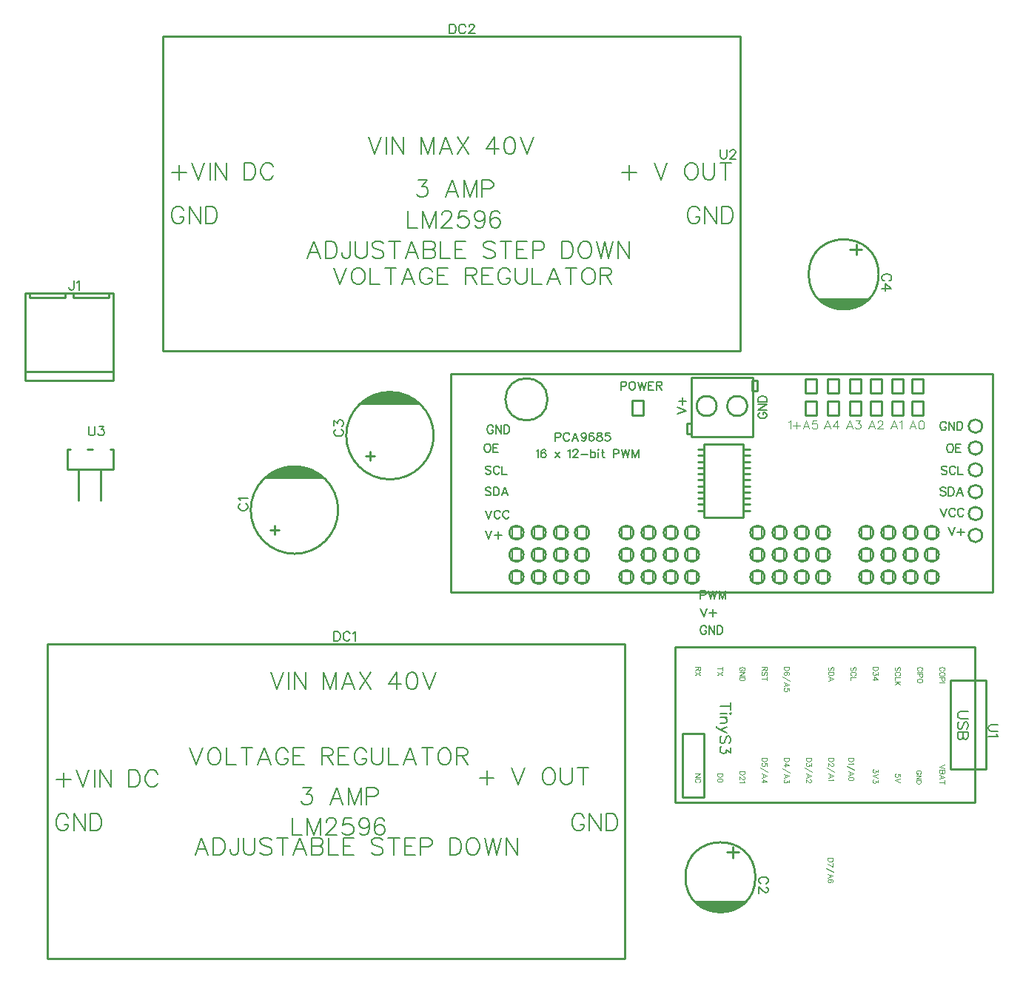
<source format=gto>
G04 Layer: TopSilkscreenLayer*
G04 EasyEDA v6.5.47, 2024-11-15 14:45:06*
G04 4b5c5f3f08ad4ac4900c7fa2ef8e0776,b317b68cebba40d893488476fd38059a,10*
G04 Gerber Generator version 0.2*
G04 Scale: 100 percent, Rotated: No, Reflected: No *
G04 Dimensions in millimeters *
G04 leading zeros omitted , absolute positions ,4 integer and 5 decimal *
%FSLAX45Y45*%
%MOMM*%

%ADD10C,0.1524*%
%ADD11C,0.1000*%
%ADD12C,0.2032*%
%ADD13C,0.2540*%
%ADD14C,0.2000*%
%ADD15C,0.2500*%
%ADD16C,0.0138*%

%LPD*%
D10*
X1765300Y-3554984D02*
G01*
X1765300Y-3632962D01*
X1770379Y-3648455D01*
X1780794Y-3658870D01*
X1796542Y-3663950D01*
X1806955Y-3663950D01*
X1822450Y-3658870D01*
X1832863Y-3648455D01*
X1837944Y-3632962D01*
X1837944Y-3554984D01*
X1882647Y-3554984D02*
G01*
X1939797Y-3554984D01*
X1908810Y-3596639D01*
X1924304Y-3596639D01*
X1934718Y-3601720D01*
X1939797Y-3606800D01*
X1945131Y-3622547D01*
X1945131Y-3632962D01*
X1939797Y-3648455D01*
X1929384Y-3658870D01*
X1913889Y-3663950D01*
X1898395Y-3663950D01*
X1882647Y-3658870D01*
X1877568Y-3653789D01*
X1872234Y-3643376D01*
X1595120Y-1892683D02*
G01*
X1595120Y-1975741D01*
X1589786Y-1991489D01*
X1584705Y-1996569D01*
X1574292Y-2001649D01*
X1563878Y-2001649D01*
X1553463Y-1996569D01*
X1548129Y-1991489D01*
X1543050Y-1975741D01*
X1543050Y-1965327D01*
X1629410Y-1913511D02*
G01*
X1639570Y-1908177D01*
X1655318Y-1892683D01*
X1655318Y-2001649D01*
X12167615Y-6972300D02*
G01*
X12089638Y-6972300D01*
X12074143Y-6977379D01*
X12063729Y-6987794D01*
X12058650Y-7003542D01*
X12058650Y-7013955D01*
X12063729Y-7029450D01*
X12074143Y-7039863D01*
X12089638Y-7044944D01*
X12167615Y-7044944D01*
X12146788Y-7079234D02*
G01*
X12152122Y-7089647D01*
X12167615Y-7105395D01*
X12058650Y-7105395D01*
X11824964Y-6819900D02*
G01*
X11738350Y-6819900D01*
X11720824Y-6825742D01*
X11709394Y-6837171D01*
X11703552Y-6854444D01*
X11703552Y-6866128D01*
X11709394Y-6883400D01*
X11720824Y-6894829D01*
X11738350Y-6900671D01*
X11824964Y-6900671D01*
X11807438Y-7019544D02*
G01*
X11819122Y-7008113D01*
X11824964Y-6990842D01*
X11824964Y-6967728D01*
X11819122Y-6950455D01*
X11807438Y-6938771D01*
X11796008Y-6938771D01*
X11784324Y-6944613D01*
X11778736Y-6950455D01*
X11772894Y-6961886D01*
X11761464Y-6996429D01*
X11755622Y-7008113D01*
X11749780Y-7013955D01*
X11738350Y-7019544D01*
X11720824Y-7019544D01*
X11709394Y-7008113D01*
X11703552Y-6990842D01*
X11703552Y-6967728D01*
X11709394Y-6950455D01*
X11720824Y-6938771D01*
X11824964Y-7057644D02*
G01*
X11703552Y-7057644D01*
X11824964Y-7057644D02*
G01*
X11824964Y-7109713D01*
X11819122Y-7126986D01*
X11813280Y-7132828D01*
X11801850Y-7138670D01*
X11790166Y-7138670D01*
X11778736Y-7132828D01*
X11772894Y-7126986D01*
X11767052Y-7109713D01*
X11767052Y-7057644D02*
G01*
X11767052Y-7109713D01*
X11761464Y-7126986D01*
X11755622Y-7132828D01*
X11743938Y-7138670D01*
X11726666Y-7138670D01*
X11715236Y-7132828D01*
X11709394Y-7126986D01*
X11703552Y-7109713D01*
X11703552Y-7057644D01*
X9107172Y-6758686D02*
G01*
X8985760Y-6758686D01*
X9107172Y-6718300D02*
G01*
X9107172Y-6799071D01*
X9107172Y-6837171D02*
G01*
X9101330Y-6843013D01*
X9107172Y-6848855D01*
X9112760Y-6843013D01*
X9107172Y-6837171D01*
X9066532Y-6843013D02*
G01*
X8985760Y-6843013D01*
X9066532Y-6886955D02*
G01*
X8985760Y-6886955D01*
X9043672Y-6886955D02*
G01*
X9060944Y-6904228D01*
X9066532Y-6915658D01*
X9066532Y-6932929D01*
X9060944Y-6944613D01*
X9043672Y-6950455D01*
X8985760Y-6950455D01*
X9066532Y-6994144D02*
G01*
X8985760Y-7028942D01*
X9066532Y-7063486D02*
G01*
X8985760Y-7028942D01*
X8962646Y-7017258D01*
X8951216Y-7005828D01*
X8945374Y-6994144D01*
X8945374Y-6988555D01*
X9089646Y-7182358D02*
G01*
X9101330Y-7170928D01*
X9107172Y-7153655D01*
X9107172Y-7130542D01*
X9101330Y-7113270D01*
X9089646Y-7101586D01*
X9078216Y-7101586D01*
X9066532Y-7107428D01*
X9060944Y-7113270D01*
X9055102Y-7124700D01*
X9043672Y-7159244D01*
X9037830Y-7170928D01*
X9031988Y-7176770D01*
X9020558Y-7182358D01*
X9003032Y-7182358D01*
X8991602Y-7170928D01*
X8985760Y-7153655D01*
X8985760Y-7130542D01*
X8991602Y-7113270D01*
X9003032Y-7101586D01*
X9107172Y-7232142D02*
G01*
X9107172Y-7295642D01*
X9060944Y-7260844D01*
X9060944Y-7278370D01*
X9055102Y-7289800D01*
X9049260Y-7295642D01*
X9031988Y-7301229D01*
X9020558Y-7301229D01*
X9003032Y-7295642D01*
X8991602Y-7283958D01*
X8985760Y-7266686D01*
X8985760Y-7249413D01*
X8991602Y-7232142D01*
X8997444Y-7226300D01*
X9008874Y-7220458D01*
D11*
X9013954Y-6330952D02*
G01*
X8956804Y-6330952D01*
X9013954Y-6311902D02*
G01*
X9013954Y-6350002D01*
X9013954Y-6368036D02*
G01*
X8956804Y-6406390D01*
X9013954Y-6406390D02*
G01*
X8956804Y-6368036D01*
X8759952Y-6311900D02*
G01*
X8702802Y-6311900D01*
X8759952Y-6311900D02*
G01*
X8759952Y-6336537D01*
X8757411Y-6344665D01*
X8754618Y-6347460D01*
X8749029Y-6350000D01*
X8743695Y-6350000D01*
X8738108Y-6347460D01*
X8735568Y-6344665D01*
X8732774Y-6336537D01*
X8732774Y-6311900D01*
X8732774Y-6330950D02*
G01*
X8702802Y-6350000D01*
X8759952Y-6368034D02*
G01*
X8702802Y-6406387D01*
X8759952Y-6406387D02*
G01*
X8702802Y-6368034D01*
X9254490Y-6352794D02*
G01*
X9259824Y-6350000D01*
X9265411Y-6344665D01*
X9267952Y-6339078D01*
X9267952Y-6328155D01*
X9265411Y-6322821D01*
X9259824Y-6317234D01*
X9254490Y-6314694D01*
X9246108Y-6311900D01*
X9232645Y-6311900D01*
X9224518Y-6314694D01*
X9218929Y-6317234D01*
X9213595Y-6322821D01*
X9210802Y-6328155D01*
X9210802Y-6339078D01*
X9213595Y-6344665D01*
X9218929Y-6350000D01*
X9224518Y-6352794D01*
X9232645Y-6352794D01*
X9232645Y-6339078D02*
G01*
X9232645Y-6352794D01*
X9267952Y-6370828D02*
G01*
X9210802Y-6370828D01*
X9267952Y-6370828D02*
G01*
X9210802Y-6408928D01*
X9267952Y-6408928D02*
G01*
X9210802Y-6408928D01*
X9267952Y-6426962D02*
G01*
X9210802Y-6426962D01*
X9267952Y-6426962D02*
G01*
X9267952Y-6446012D01*
X9265411Y-6454139D01*
X9259824Y-6459728D01*
X9254490Y-6462521D01*
X9246108Y-6465062D01*
X9232645Y-6465062D01*
X9224518Y-6462521D01*
X9218929Y-6459728D01*
X9213595Y-6454139D01*
X9210802Y-6446012D01*
X9210802Y-6426962D01*
X9521952Y-6311900D02*
G01*
X9464802Y-6311900D01*
X9521952Y-6311900D02*
G01*
X9521952Y-6336537D01*
X9519411Y-6344665D01*
X9516618Y-6347460D01*
X9511029Y-6350000D01*
X9505695Y-6350000D01*
X9500108Y-6347460D01*
X9497568Y-6344665D01*
X9494774Y-6336537D01*
X9494774Y-6311900D01*
X9494774Y-6330950D02*
G01*
X9464802Y-6350000D01*
X9513824Y-6406387D02*
G01*
X9519411Y-6400800D01*
X9521952Y-6392671D01*
X9521952Y-6381750D01*
X9519411Y-6373621D01*
X9513824Y-6368034D01*
X9508490Y-6368034D01*
X9502902Y-6370828D01*
X9500108Y-6373621D01*
X9497568Y-6378955D01*
X9491979Y-6395465D01*
X9489440Y-6400800D01*
X9486645Y-6403594D01*
X9481058Y-6406387D01*
X9472929Y-6406387D01*
X9467595Y-6400800D01*
X9464802Y-6392671D01*
X9464802Y-6381750D01*
X9467595Y-6373621D01*
X9472929Y-6368034D01*
X9521952Y-6443471D02*
G01*
X9464802Y-6443471D01*
X9521952Y-6424168D02*
G01*
X9521952Y-6462521D01*
X10275824Y-6350000D02*
G01*
X10281411Y-6344665D01*
X10283952Y-6336537D01*
X10283952Y-6325615D01*
X10281411Y-6317234D01*
X10275824Y-6311900D01*
X10270490Y-6311900D01*
X10264902Y-6314694D01*
X10262108Y-6317234D01*
X10259568Y-6322821D01*
X10253979Y-6339078D01*
X10251440Y-6344665D01*
X10248645Y-6347460D01*
X10243058Y-6350000D01*
X10234929Y-6350000D01*
X10229595Y-6344665D01*
X10226802Y-6336537D01*
X10226802Y-6325615D01*
X10229595Y-6317234D01*
X10234929Y-6311900D01*
X10283952Y-6368034D02*
G01*
X10226802Y-6368034D01*
X10283952Y-6368034D02*
G01*
X10283952Y-6387084D01*
X10281411Y-6395465D01*
X10275824Y-6400800D01*
X10270490Y-6403594D01*
X10262108Y-6406387D01*
X10248645Y-6406387D01*
X10240518Y-6403594D01*
X10234929Y-6400800D01*
X10229595Y-6395465D01*
X10226802Y-6387084D01*
X10226802Y-6368034D01*
X10283952Y-6446012D02*
G01*
X10226802Y-6424168D01*
X10283952Y-6446012D02*
G01*
X10226802Y-6467855D01*
X10245852Y-6432550D02*
G01*
X10245852Y-6459728D01*
X10529824Y-6350000D02*
G01*
X10535411Y-6344665D01*
X10537952Y-6336537D01*
X10537952Y-6325615D01*
X10535411Y-6317234D01*
X10529824Y-6311900D01*
X10524490Y-6311900D01*
X10518902Y-6314694D01*
X10516108Y-6317234D01*
X10513568Y-6322821D01*
X10507979Y-6339078D01*
X10505440Y-6344665D01*
X10502645Y-6347460D01*
X10497058Y-6350000D01*
X10488929Y-6350000D01*
X10483595Y-6344665D01*
X10480802Y-6336537D01*
X10480802Y-6325615D01*
X10483595Y-6317234D01*
X10488929Y-6311900D01*
X10524490Y-6408928D02*
G01*
X10529824Y-6406387D01*
X10535411Y-6400800D01*
X10537952Y-6395465D01*
X10537952Y-6384544D01*
X10535411Y-6378955D01*
X10529824Y-6373621D01*
X10524490Y-6370828D01*
X10516108Y-6368034D01*
X10502645Y-6368034D01*
X10494518Y-6370828D01*
X10488929Y-6373621D01*
X10483595Y-6378955D01*
X10480802Y-6384544D01*
X10480802Y-6395465D01*
X10483595Y-6400800D01*
X10488929Y-6406387D01*
X10494518Y-6408928D01*
X10537952Y-6426962D02*
G01*
X10480802Y-6426962D01*
X10480802Y-6426962D02*
G01*
X10480802Y-6459728D01*
X9775952Y-6311900D02*
G01*
X9718802Y-6311900D01*
X9775952Y-6311900D02*
G01*
X9775952Y-6330950D01*
X9773411Y-6339078D01*
X9767824Y-6344665D01*
X9762490Y-6347460D01*
X9754108Y-6350000D01*
X9740645Y-6350000D01*
X9732518Y-6347460D01*
X9726929Y-6344665D01*
X9721595Y-6339078D01*
X9718802Y-6330950D01*
X9718802Y-6311900D01*
X9767824Y-6400800D02*
G01*
X9773411Y-6398005D01*
X9775952Y-6389878D01*
X9775952Y-6384544D01*
X9773411Y-6376162D01*
X9765029Y-6370828D01*
X9751568Y-6368034D01*
X9737852Y-6368034D01*
X9726929Y-6370828D01*
X9721595Y-6376162D01*
X9718802Y-6384544D01*
X9718802Y-6387084D01*
X9721595Y-6395465D01*
X9726929Y-6400800D01*
X9735058Y-6403594D01*
X9737852Y-6403594D01*
X9745979Y-6400800D01*
X9751568Y-6395465D01*
X9754108Y-6387084D01*
X9754108Y-6384544D01*
X9751568Y-6376162D01*
X9745979Y-6370828D01*
X9737852Y-6368034D01*
X9786874Y-6470650D02*
G01*
X9699752Y-6421628D01*
X9775952Y-6510528D02*
G01*
X9718802Y-6488684D01*
X9775952Y-6510528D02*
G01*
X9718802Y-6532371D01*
X9737852Y-6496812D02*
G01*
X9737852Y-6523989D01*
X9775952Y-6582918D02*
G01*
X9775952Y-6555739D01*
X9751568Y-6552945D01*
X9754108Y-6555739D01*
X9756902Y-6563868D01*
X9756902Y-6571995D01*
X9754108Y-6580378D01*
X9748774Y-6585712D01*
X9740645Y-6588505D01*
X9735058Y-6588505D01*
X9726929Y-6585712D01*
X9721595Y-6580378D01*
X9718802Y-6571995D01*
X9718802Y-6563868D01*
X9721595Y-6555739D01*
X9724136Y-6552945D01*
X9729724Y-6550152D01*
X10277602Y-8497699D02*
G01*
X10220452Y-8497699D01*
X10277602Y-8497699D02*
G01*
X10277602Y-8516749D01*
X10275061Y-8524877D01*
X10269474Y-8530465D01*
X10264140Y-8533259D01*
X10255758Y-8535799D01*
X10242295Y-8535799D01*
X10234168Y-8533259D01*
X10228579Y-8530465D01*
X10223245Y-8524877D01*
X10220452Y-8516749D01*
X10220452Y-8497699D01*
X10277602Y-8592187D02*
G01*
X10220452Y-8564755D01*
X10277602Y-8553833D02*
G01*
X10277602Y-8592187D01*
X10288524Y-8659243D02*
G01*
X10201402Y-8609967D01*
X10277602Y-8698867D02*
G01*
X10220452Y-8677277D01*
X10277602Y-8698867D02*
G01*
X10220452Y-8720711D01*
X10239502Y-8685405D02*
G01*
X10239502Y-8712583D01*
X10269474Y-8771511D02*
G01*
X10275061Y-8768717D01*
X10277602Y-8760589D01*
X10277602Y-8755255D01*
X10275061Y-8746873D01*
X10266679Y-8741539D01*
X10253218Y-8738745D01*
X10239502Y-8738745D01*
X10228579Y-8741539D01*
X10223245Y-8746873D01*
X10220452Y-8755255D01*
X10220452Y-8757795D01*
X10223245Y-8766177D01*
X10228579Y-8771511D01*
X10236708Y-8774305D01*
X10239502Y-8774305D01*
X10247629Y-8771511D01*
X10253218Y-8766177D01*
X10255758Y-8757795D01*
X10255758Y-8755255D01*
X10253218Y-8746873D01*
X10247629Y-8741539D01*
X10239502Y-8738745D01*
X11540490Y-6352794D02*
G01*
X11545824Y-6350000D01*
X11551411Y-6344665D01*
X11553952Y-6339078D01*
X11553952Y-6328155D01*
X11551411Y-6322821D01*
X11545824Y-6317234D01*
X11540490Y-6314694D01*
X11532108Y-6311900D01*
X11518645Y-6311900D01*
X11510518Y-6314694D01*
X11504929Y-6317234D01*
X11499595Y-6322821D01*
X11496802Y-6328155D01*
X11496802Y-6339078D01*
X11499595Y-6344665D01*
X11504929Y-6350000D01*
X11510518Y-6352794D01*
X11553952Y-6387084D02*
G01*
X11551411Y-6381750D01*
X11545824Y-6376162D01*
X11540490Y-6373621D01*
X11532108Y-6370828D01*
X11518645Y-6370828D01*
X11510518Y-6373621D01*
X11504929Y-6376162D01*
X11499595Y-6381750D01*
X11496802Y-6387084D01*
X11496802Y-6398005D01*
X11499595Y-6403594D01*
X11504929Y-6408928D01*
X11510518Y-6411721D01*
X11518645Y-6414515D01*
X11532108Y-6414515D01*
X11540490Y-6411721D01*
X11545824Y-6408928D01*
X11551411Y-6403594D01*
X11553952Y-6398005D01*
X11553952Y-6387084D01*
X11553952Y-6432550D02*
G01*
X11496802Y-6432550D01*
X11553952Y-6432550D02*
G01*
X11553952Y-6456934D01*
X11551411Y-6465062D01*
X11548618Y-6467855D01*
X11543029Y-6470650D01*
X11534902Y-6470650D01*
X11529568Y-6467855D01*
X11526774Y-6465062D01*
X11523979Y-6456934D01*
X11523979Y-6432550D01*
X11553952Y-6488684D02*
G01*
X11496802Y-6488684D01*
X10791952Y-6311900D02*
G01*
X10734802Y-6311900D01*
X10791952Y-6311900D02*
G01*
X10791952Y-6330950D01*
X10789411Y-6339078D01*
X10783824Y-6344665D01*
X10778490Y-6347460D01*
X10770108Y-6350000D01*
X10756645Y-6350000D01*
X10748518Y-6347460D01*
X10742929Y-6344665D01*
X10737595Y-6339078D01*
X10734802Y-6330950D01*
X10734802Y-6311900D01*
X10791952Y-6373621D02*
G01*
X10791952Y-6403594D01*
X10770108Y-6387084D01*
X10770108Y-6395465D01*
X10767568Y-6400800D01*
X10764774Y-6403594D01*
X10756645Y-6406387D01*
X10751058Y-6406387D01*
X10742929Y-6403594D01*
X10737595Y-6398005D01*
X10734802Y-6389878D01*
X10734802Y-6381750D01*
X10737595Y-6373621D01*
X10740136Y-6370828D01*
X10745724Y-6368034D01*
X10791952Y-6451600D02*
G01*
X10753852Y-6424168D01*
X10753852Y-6465062D01*
X10791952Y-6451600D02*
G01*
X10734802Y-6451600D01*
X11037824Y-6350000D02*
G01*
X11043411Y-6344665D01*
X11045952Y-6336537D01*
X11045952Y-6325615D01*
X11043411Y-6317234D01*
X11037824Y-6311900D01*
X11032490Y-6311900D01*
X11026902Y-6314694D01*
X11024108Y-6317234D01*
X11021568Y-6322821D01*
X11015979Y-6339078D01*
X11013440Y-6344665D01*
X11010645Y-6347460D01*
X11005058Y-6350000D01*
X10996929Y-6350000D01*
X10991595Y-6344665D01*
X10988802Y-6336537D01*
X10988802Y-6325615D01*
X10991595Y-6317234D01*
X10996929Y-6311900D01*
X11032490Y-6408928D02*
G01*
X11037824Y-6406387D01*
X11043411Y-6400800D01*
X11045952Y-6395465D01*
X11045952Y-6384544D01*
X11043411Y-6378955D01*
X11037824Y-6373621D01*
X11032490Y-6370828D01*
X11024108Y-6368034D01*
X11010645Y-6368034D01*
X11002518Y-6370828D01*
X10996929Y-6373621D01*
X10991595Y-6378955D01*
X10988802Y-6384544D01*
X10988802Y-6395465D01*
X10991595Y-6400800D01*
X10996929Y-6406387D01*
X11002518Y-6408928D01*
X11045952Y-6426962D02*
G01*
X10988802Y-6426962D01*
X10988802Y-6426962D02*
G01*
X10988802Y-6459728D01*
X11045952Y-6477762D02*
G01*
X10988802Y-6477762D01*
X11045952Y-6515862D02*
G01*
X11007852Y-6477762D01*
X11021568Y-6491478D02*
G01*
X10988802Y-6515862D01*
X11286490Y-6352794D02*
G01*
X11291824Y-6350000D01*
X11297411Y-6344665D01*
X11299952Y-6339078D01*
X11299952Y-6328155D01*
X11297411Y-6322821D01*
X11291824Y-6317234D01*
X11286490Y-6314694D01*
X11278108Y-6311900D01*
X11264645Y-6311900D01*
X11256518Y-6314694D01*
X11250929Y-6317234D01*
X11245595Y-6322821D01*
X11242802Y-6328155D01*
X11242802Y-6339078D01*
X11245595Y-6344665D01*
X11250929Y-6350000D01*
X11256518Y-6352794D01*
X11299952Y-6370828D02*
G01*
X11242802Y-6370828D01*
X11299952Y-6388862D02*
G01*
X11242802Y-6388862D01*
X11299952Y-6388862D02*
G01*
X11299952Y-6413245D01*
X11297411Y-6421628D01*
X11294618Y-6424168D01*
X11289029Y-6426962D01*
X11280902Y-6426962D01*
X11275568Y-6424168D01*
X11272774Y-6421628D01*
X11269979Y-6413245D01*
X11269979Y-6388862D01*
X11299952Y-6461252D02*
G01*
X11297411Y-6455918D01*
X11291824Y-6450329D01*
X11286490Y-6447789D01*
X11278108Y-6444995D01*
X11264645Y-6444995D01*
X11256518Y-6447789D01*
X11250929Y-6450329D01*
X11245595Y-6455918D01*
X11242802Y-6461252D01*
X11242802Y-6472173D01*
X11245595Y-6477762D01*
X11250929Y-6483095D01*
X11256518Y-6485889D01*
X11264645Y-6488684D01*
X11278108Y-6488684D01*
X11286490Y-6485889D01*
X11291824Y-6483095D01*
X11297411Y-6477762D01*
X11299952Y-6472173D01*
X11299952Y-6461252D01*
X11045952Y-7563865D02*
G01*
X11045952Y-7536434D01*
X11021568Y-7533894D01*
X11024108Y-7536434D01*
X11026902Y-7544815D01*
X11026902Y-7552944D01*
X11024108Y-7561071D01*
X11018774Y-7566660D01*
X11010645Y-7569200D01*
X11005058Y-7569200D01*
X10996929Y-7566660D01*
X10991595Y-7561071D01*
X10988802Y-7552944D01*
X10988802Y-7544815D01*
X10991595Y-7536434D01*
X10994136Y-7533894D01*
X10999724Y-7531100D01*
X11045952Y-7587234D02*
G01*
X10988802Y-7609078D01*
X11045952Y-7630921D02*
G01*
X10988802Y-7609078D01*
X11273784Y-7533891D02*
G01*
X11279118Y-7531097D01*
X11284706Y-7525763D01*
X11287246Y-7520175D01*
X11287246Y-7509253D01*
X11284706Y-7503919D01*
X11279118Y-7498331D01*
X11273784Y-7495791D01*
X11265402Y-7492997D01*
X11251940Y-7492997D01*
X11243812Y-7495791D01*
X11238224Y-7498331D01*
X11232890Y-7503919D01*
X11230096Y-7509253D01*
X11230096Y-7520175D01*
X11232890Y-7525763D01*
X11238224Y-7531097D01*
X11243812Y-7533891D01*
X11251940Y-7533891D01*
X11251940Y-7520175D02*
G01*
X11251940Y-7533891D01*
X11287246Y-7551925D02*
G01*
X11230096Y-7551925D01*
X11287246Y-7551925D02*
G01*
X11230096Y-7590025D01*
X11287246Y-7590025D02*
G01*
X11230096Y-7590025D01*
X11287246Y-7608059D02*
G01*
X11230096Y-7608059D01*
X11287246Y-7608059D02*
G01*
X11287246Y-7627109D01*
X11284706Y-7635237D01*
X11279118Y-7640825D01*
X11273784Y-7643619D01*
X11265402Y-7646159D01*
X11251940Y-7646159D01*
X11243812Y-7643619D01*
X11238224Y-7640825D01*
X11232890Y-7635237D01*
X11230096Y-7627109D01*
X11230096Y-7608059D01*
X11553952Y-7429500D02*
G01*
X11496802Y-7451344D01*
X11553952Y-7473187D02*
G01*
X11496802Y-7451344D01*
X11553952Y-7491221D02*
G01*
X11496802Y-7491221D01*
X11553952Y-7491221D02*
G01*
X11553952Y-7515605D01*
X11551411Y-7523987D01*
X11548618Y-7526528D01*
X11543029Y-7529321D01*
X11537695Y-7529321D01*
X11532108Y-7526528D01*
X11529568Y-7523987D01*
X11526774Y-7515605D01*
X11526774Y-7491221D02*
G01*
X11526774Y-7515605D01*
X11523979Y-7523987D01*
X11521440Y-7526528D01*
X11515852Y-7529321D01*
X11507724Y-7529321D01*
X11502136Y-7526528D01*
X11499595Y-7523987D01*
X11496802Y-7515605D01*
X11496802Y-7491221D01*
X11553952Y-7569200D02*
G01*
X11496802Y-7547355D01*
X11553952Y-7569200D02*
G01*
X11496802Y-7591044D01*
X11515852Y-7555484D02*
G01*
X11515852Y-7582662D01*
X11553952Y-7628128D02*
G01*
X11496802Y-7628128D01*
X11553952Y-7609078D02*
G01*
X11553952Y-7647178D01*
X10512552Y-7353300D02*
G01*
X10455402Y-7353300D01*
X10512552Y-7353300D02*
G01*
X10512552Y-7372350D01*
X10510011Y-7380478D01*
X10504424Y-7386065D01*
X10499090Y-7388860D01*
X10490708Y-7391400D01*
X10477245Y-7391400D01*
X10469118Y-7388860D01*
X10463529Y-7386065D01*
X10458195Y-7380478D01*
X10455402Y-7372350D01*
X10455402Y-7353300D01*
X10501629Y-7409434D02*
G01*
X10504424Y-7415021D01*
X10512552Y-7423150D01*
X10455402Y-7423150D01*
X10523474Y-7490205D02*
G01*
X10436352Y-7441184D01*
X10512552Y-7530084D02*
G01*
X10455402Y-7508239D01*
X10512552Y-7530084D02*
G01*
X10455402Y-7551928D01*
X10474452Y-7516368D02*
G01*
X10474452Y-7543545D01*
X10512552Y-7586218D02*
G01*
X10510011Y-7578089D01*
X10501629Y-7572502D01*
X10488168Y-7569962D01*
X10480040Y-7569962D01*
X10466324Y-7572502D01*
X10458195Y-7578089D01*
X10455402Y-7586218D01*
X10455402Y-7591552D01*
X10458195Y-7599934D01*
X10466324Y-7605268D01*
X10480040Y-7608062D01*
X10488168Y-7608062D01*
X10501629Y-7605268D01*
X10510011Y-7599934D01*
X10512552Y-7591552D01*
X10512552Y-7586218D01*
X10791952Y-7485634D02*
G01*
X10791952Y-7515860D01*
X10770108Y-7499350D01*
X10770108Y-7507478D01*
X10767568Y-7513065D01*
X10764774Y-7515860D01*
X10756645Y-7518400D01*
X10751058Y-7518400D01*
X10742929Y-7515860D01*
X10737595Y-7510271D01*
X10734802Y-7502144D01*
X10734802Y-7494015D01*
X10737595Y-7485634D01*
X10740136Y-7483094D01*
X10745724Y-7480300D01*
X10791952Y-7536434D02*
G01*
X10734802Y-7558278D01*
X10791952Y-7580121D02*
G01*
X10734802Y-7558278D01*
X10791952Y-7603489D02*
G01*
X10791952Y-7633462D01*
X10770108Y-7617205D01*
X10770108Y-7625334D01*
X10767568Y-7630921D01*
X10764774Y-7633462D01*
X10756645Y-7636255D01*
X10751058Y-7636255D01*
X10742929Y-7633462D01*
X10737595Y-7628128D01*
X10734802Y-7620000D01*
X10734802Y-7611871D01*
X10737595Y-7603489D01*
X10740136Y-7600950D01*
X10745724Y-7598155D01*
X10283952Y-7353300D02*
G01*
X10226802Y-7353300D01*
X10283952Y-7353300D02*
G01*
X10283952Y-7372350D01*
X10281411Y-7380478D01*
X10275824Y-7386065D01*
X10270490Y-7388860D01*
X10262108Y-7391400D01*
X10248645Y-7391400D01*
X10240518Y-7388860D01*
X10234929Y-7386065D01*
X10229595Y-7380478D01*
X10226802Y-7372350D01*
X10226802Y-7353300D01*
X10270490Y-7412228D02*
G01*
X10273029Y-7412228D01*
X10278618Y-7415021D01*
X10281411Y-7417562D01*
X10283952Y-7423150D01*
X10283952Y-7434071D01*
X10281411Y-7439405D01*
X10278618Y-7442200D01*
X10273029Y-7444994D01*
X10267695Y-7444994D01*
X10262108Y-7442200D01*
X10253979Y-7436865D01*
X10226802Y-7409434D01*
X10226802Y-7447787D01*
X10294874Y-7514844D02*
G01*
X10207752Y-7465568D01*
X10283952Y-7554468D02*
G01*
X10226802Y-7532878D01*
X10283952Y-7554468D02*
G01*
X10226802Y-7576312D01*
X10245852Y-7541005D02*
G01*
X10245852Y-7568184D01*
X10273029Y-7594345D02*
G01*
X10275824Y-7599934D01*
X10283952Y-7608062D01*
X10226802Y-7608062D01*
X9775952Y-7353300D02*
G01*
X9718802Y-7353300D01*
X9775952Y-7353300D02*
G01*
X9775952Y-7372350D01*
X9773411Y-7380478D01*
X9767824Y-7386065D01*
X9762490Y-7388860D01*
X9754108Y-7391400D01*
X9740645Y-7391400D01*
X9732518Y-7388860D01*
X9726929Y-7386065D01*
X9721595Y-7380478D01*
X9718802Y-7372350D01*
X9718802Y-7353300D01*
X9775952Y-7436865D02*
G01*
X9737852Y-7409434D01*
X9737852Y-7450328D01*
X9775952Y-7436865D02*
G01*
X9718802Y-7436865D01*
X9786874Y-7517384D02*
G01*
X9699752Y-7468362D01*
X9775952Y-7557262D02*
G01*
X9718802Y-7535418D01*
X9775952Y-7557262D02*
G01*
X9718802Y-7579105D01*
X9737852Y-7543545D02*
G01*
X9737852Y-7570978D01*
X9775952Y-7602473D02*
G01*
X9775952Y-7632445D01*
X9754108Y-7616189D01*
X9754108Y-7624318D01*
X9751568Y-7629905D01*
X9748774Y-7632445D01*
X9740645Y-7635239D01*
X9735058Y-7635239D01*
X9726929Y-7632445D01*
X9721595Y-7627112D01*
X9718802Y-7618984D01*
X9718802Y-7610855D01*
X9721595Y-7602473D01*
X9724136Y-7599934D01*
X9729724Y-7597139D01*
X10029952Y-7353300D02*
G01*
X9972802Y-7353300D01*
X10029952Y-7353300D02*
G01*
X10029952Y-7372350D01*
X10027411Y-7380478D01*
X10021824Y-7386065D01*
X10016490Y-7388860D01*
X10008108Y-7391400D01*
X9994645Y-7391400D01*
X9986518Y-7388860D01*
X9980929Y-7386065D01*
X9975595Y-7380478D01*
X9972802Y-7372350D01*
X9972802Y-7353300D01*
X10029952Y-7415021D02*
G01*
X10029952Y-7444994D01*
X10008108Y-7428484D01*
X10008108Y-7436865D01*
X10005568Y-7442200D01*
X10002774Y-7444994D01*
X9994645Y-7447787D01*
X9989058Y-7447787D01*
X9980929Y-7444994D01*
X9975595Y-7439405D01*
X9972802Y-7431278D01*
X9972802Y-7423150D01*
X9975595Y-7415021D01*
X9978136Y-7412228D01*
X9983724Y-7409434D01*
X10040874Y-7514844D02*
G01*
X9953752Y-7465568D01*
X10029952Y-7554468D02*
G01*
X9972802Y-7532878D01*
X10029952Y-7554468D02*
G01*
X9972802Y-7576312D01*
X9991852Y-7541005D02*
G01*
X9991852Y-7568184D01*
X10016490Y-7597139D02*
G01*
X10019029Y-7597139D01*
X10024618Y-7599934D01*
X10027411Y-7602473D01*
X10029952Y-7608062D01*
X10029952Y-7618984D01*
X10027411Y-7624318D01*
X10024618Y-7627112D01*
X10019029Y-7629905D01*
X10013695Y-7629905D01*
X10008108Y-7627112D01*
X9999979Y-7621778D01*
X9972802Y-7594345D01*
X9972802Y-7632445D01*
X9521954Y-7353300D02*
G01*
X9464804Y-7353300D01*
X9521954Y-7353300D02*
G01*
X9521954Y-7372350D01*
X9519414Y-7380478D01*
X9513826Y-7386065D01*
X9508492Y-7388860D01*
X9500110Y-7391400D01*
X9486648Y-7391400D01*
X9478520Y-7388860D01*
X9472932Y-7386065D01*
X9467598Y-7380478D01*
X9464804Y-7372350D01*
X9464804Y-7353300D01*
X9521954Y-7442200D02*
G01*
X9521954Y-7415021D01*
X9497570Y-7412228D01*
X9500110Y-7415021D01*
X9502904Y-7423150D01*
X9502904Y-7431278D01*
X9500110Y-7439405D01*
X9494776Y-7444994D01*
X9486648Y-7447787D01*
X9481060Y-7447787D01*
X9472932Y-7444994D01*
X9467598Y-7439405D01*
X9464804Y-7431278D01*
X9464804Y-7423150D01*
X9467598Y-7415021D01*
X9470138Y-7412228D01*
X9475726Y-7409434D01*
X9532876Y-7514844D02*
G01*
X9445754Y-7465568D01*
X9521954Y-7554468D02*
G01*
X9464804Y-7532878D01*
X9521954Y-7554468D02*
G01*
X9464804Y-7576312D01*
X9483854Y-7541005D02*
G01*
X9483854Y-7568184D01*
X9521954Y-7621778D02*
G01*
X9483854Y-7594345D01*
X9483854Y-7635239D01*
X9521954Y-7621778D02*
G01*
X9464804Y-7621778D01*
X9013954Y-7531100D02*
G01*
X8956804Y-7531100D01*
X9013954Y-7531100D02*
G01*
X9013954Y-7550150D01*
X9011414Y-7558278D01*
X9005826Y-7563865D01*
X9000492Y-7566660D01*
X8992110Y-7569200D01*
X8978648Y-7569200D01*
X8970520Y-7566660D01*
X8964932Y-7563865D01*
X8959598Y-7558278D01*
X8956804Y-7550150D01*
X8956804Y-7531100D01*
X9013954Y-7603744D02*
G01*
X9011414Y-7595362D01*
X9003032Y-7590028D01*
X8989570Y-7587234D01*
X8981442Y-7587234D01*
X8967726Y-7590028D01*
X8959598Y-7595362D01*
X8956804Y-7603744D01*
X8956804Y-7609078D01*
X8959598Y-7617205D01*
X8967726Y-7622794D01*
X8981442Y-7625587D01*
X8989570Y-7625587D01*
X9003032Y-7622794D01*
X9011414Y-7617205D01*
X9013954Y-7609078D01*
X9013954Y-7603744D01*
X9267954Y-7505700D02*
G01*
X9210804Y-7505700D01*
X9267954Y-7505700D02*
G01*
X9267954Y-7524750D01*
X9265414Y-7532878D01*
X9259826Y-7538465D01*
X9254492Y-7541260D01*
X9246110Y-7543800D01*
X9232648Y-7543800D01*
X9224520Y-7541260D01*
X9218932Y-7538465D01*
X9213598Y-7532878D01*
X9210804Y-7524750D01*
X9210804Y-7505700D01*
X9254492Y-7564628D02*
G01*
X9257032Y-7564628D01*
X9262620Y-7567421D01*
X9265414Y-7569962D01*
X9267954Y-7575550D01*
X9267954Y-7586471D01*
X9265414Y-7591805D01*
X9262620Y-7594600D01*
X9257032Y-7597394D01*
X9251698Y-7597394D01*
X9246110Y-7594600D01*
X9237982Y-7589265D01*
X9210804Y-7561834D01*
X9210804Y-7600187D01*
X9257032Y-7617968D02*
G01*
X9259826Y-7623555D01*
X9267954Y-7631684D01*
X9210804Y-7631684D01*
X8759952Y-7531100D02*
G01*
X8702802Y-7531100D01*
X8759952Y-7531100D02*
G01*
X8702802Y-7569200D01*
X8759952Y-7569200D02*
G01*
X8702802Y-7569200D01*
X8746490Y-7628128D02*
G01*
X8751824Y-7625587D01*
X8757411Y-7620000D01*
X8759952Y-7614665D01*
X8759952Y-7603744D01*
X8757411Y-7598155D01*
X8751824Y-7592821D01*
X8746490Y-7590028D01*
X8738108Y-7587234D01*
X8724645Y-7587234D01*
X8716518Y-7590028D01*
X8710929Y-7592821D01*
X8705595Y-7598155D01*
X8702802Y-7603744D01*
X8702802Y-7614665D01*
X8705595Y-7620000D01*
X8710929Y-7625587D01*
X8716518Y-7628128D01*
D10*
X3504691Y-4443221D02*
G01*
X3494277Y-4448555D01*
X3483863Y-4458970D01*
X3478784Y-4469129D01*
X3478784Y-4489957D01*
X3483863Y-4500371D01*
X3494277Y-4510786D01*
X3504691Y-4516120D01*
X3520440Y-4521200D01*
X3546347Y-4521200D01*
X3561841Y-4516120D01*
X3572256Y-4510786D01*
X3582670Y-4500371D01*
X3587750Y-4489957D01*
X3587750Y-4469129D01*
X3582670Y-4458970D01*
X3572256Y-4448555D01*
X3561841Y-4443221D01*
X3499611Y-4408931D02*
G01*
X3494277Y-4398518D01*
X3478784Y-4383023D01*
X3587750Y-4383023D01*
X9512808Y-8790178D02*
G01*
X9523222Y-8784844D01*
X9533636Y-8774429D01*
X9538715Y-8764270D01*
X9538715Y-8743442D01*
X9533636Y-8733028D01*
X9523222Y-8722613D01*
X9512808Y-8717279D01*
X9497059Y-8712200D01*
X9471152Y-8712200D01*
X9455658Y-8717279D01*
X9445243Y-8722613D01*
X9434829Y-8733028D01*
X9429750Y-8743442D01*
X9429750Y-8764270D01*
X9434829Y-8774429D01*
X9445243Y-8784844D01*
X9455658Y-8790178D01*
X9512808Y-8829547D02*
G01*
X9517888Y-8829547D01*
X9528302Y-8834881D01*
X9533636Y-8839962D01*
X9538715Y-8850376D01*
X9538715Y-8871204D01*
X9533636Y-8881618D01*
X9528302Y-8886697D01*
X9517888Y-8892031D01*
X9507474Y-8892031D01*
X9497059Y-8886697D01*
X9481565Y-8876284D01*
X9429750Y-8824468D01*
X9429750Y-8897112D01*
X4596891Y-3592321D02*
G01*
X4586477Y-3597655D01*
X4576063Y-3608070D01*
X4570984Y-3618229D01*
X4570984Y-3639057D01*
X4576063Y-3649471D01*
X4586477Y-3659886D01*
X4596891Y-3665220D01*
X4612640Y-3670300D01*
X4638547Y-3670300D01*
X4654041Y-3665220D01*
X4664456Y-3659886D01*
X4674870Y-3649471D01*
X4679950Y-3639057D01*
X4679950Y-3618229D01*
X4674870Y-3608070D01*
X4664456Y-3597655D01*
X4654041Y-3592321D01*
X4570984Y-3547618D02*
G01*
X4570984Y-3490468D01*
X4612640Y-3521710D01*
X4612640Y-3506215D01*
X4617720Y-3495802D01*
X4622800Y-3490468D01*
X4638547Y-3485387D01*
X4648961Y-3485387D01*
X4664456Y-3490468D01*
X4674870Y-3500881D01*
X4679950Y-3516629D01*
X4679950Y-3532123D01*
X4674870Y-3547618D01*
X4669790Y-3552952D01*
X4659375Y-3558031D01*
X10922508Y-1894078D02*
G01*
X10932922Y-1888744D01*
X10943336Y-1878329D01*
X10948415Y-1868170D01*
X10948415Y-1847342D01*
X10943336Y-1836928D01*
X10932922Y-1826513D01*
X10922508Y-1821179D01*
X10906759Y-1816100D01*
X10880852Y-1816100D01*
X10865358Y-1821179D01*
X10854943Y-1826513D01*
X10844529Y-1836928D01*
X10839450Y-1847342D01*
X10839450Y-1868170D01*
X10844529Y-1878329D01*
X10854943Y-1888744D01*
X10865358Y-1894078D01*
X10948415Y-1980184D02*
G01*
X10875772Y-1928368D01*
X10875772Y-2006345D01*
X10948415Y-1980184D02*
G01*
X10839450Y-1980184D01*
X4572000Y-5904484D02*
G01*
X4572000Y-6013450D01*
X4572000Y-5904484D02*
G01*
X4608322Y-5904484D01*
X4624070Y-5909563D01*
X4634229Y-5919978D01*
X4639563Y-5930392D01*
X4644643Y-5946139D01*
X4644643Y-5972047D01*
X4639563Y-5987542D01*
X4634229Y-5997955D01*
X4624070Y-6008370D01*
X4608322Y-6013450D01*
X4572000Y-6013450D01*
X4756911Y-5930392D02*
G01*
X4751831Y-5919978D01*
X4741418Y-5909563D01*
X4731004Y-5904484D01*
X4710175Y-5904484D01*
X4699761Y-5909563D01*
X4689347Y-5919978D01*
X4684268Y-5930392D01*
X4678934Y-5946139D01*
X4678934Y-5972047D01*
X4684268Y-5987542D01*
X4689347Y-5997955D01*
X4699761Y-6008370D01*
X4710175Y-6013450D01*
X4731004Y-6013450D01*
X4741418Y-6008370D01*
X4751831Y-5997955D01*
X4756911Y-5987542D01*
X4791202Y-5925312D02*
G01*
X4801615Y-5919978D01*
X4817109Y-5904484D01*
X4817109Y-6013450D01*
D12*
X6318773Y-7493561D02*
G01*
X6318773Y-7659677D01*
X6235715Y-7576619D02*
G01*
X6401831Y-7576619D01*
X6605031Y-7465621D02*
G01*
X6678945Y-7659677D01*
X6752859Y-7465621D02*
G01*
X6678945Y-7659677D01*
X7011431Y-7465621D02*
G01*
X6993143Y-7475019D01*
X6974601Y-7493561D01*
X6965457Y-7511849D01*
X6956059Y-7539535D01*
X6956059Y-7585763D01*
X6965457Y-7613449D01*
X6974601Y-7631991D01*
X6993143Y-7650533D01*
X7011431Y-7659677D01*
X7048515Y-7659677D01*
X7067057Y-7650533D01*
X7085345Y-7631991D01*
X7094743Y-7613449D01*
X7103887Y-7585763D01*
X7103887Y-7539535D01*
X7094743Y-7511849D01*
X7085345Y-7493561D01*
X7067057Y-7475019D01*
X7048515Y-7465621D01*
X7011431Y-7465621D01*
X7164847Y-7465621D02*
G01*
X7164847Y-7604305D01*
X7173991Y-7631991D01*
X7192533Y-7650533D01*
X7220219Y-7659677D01*
X7238761Y-7659677D01*
X7266447Y-7650533D01*
X7284989Y-7631991D01*
X7294133Y-7604305D01*
X7294133Y-7465621D01*
X7419863Y-7465621D02*
G01*
X7419863Y-7659677D01*
X7355093Y-7465621D02*
G01*
X7484379Y-7465621D01*
X1478610Y-7517904D02*
G01*
X1478610Y-7684020D01*
X1395298Y-7600962D02*
G01*
X1561668Y-7600962D01*
X1622628Y-7490218D02*
G01*
X1696542Y-7684020D01*
X1770456Y-7490218D02*
G01*
X1696542Y-7684020D01*
X1831416Y-7490218D02*
G01*
X1831416Y-7684020D01*
X1892376Y-7490218D02*
G01*
X1892376Y-7684020D01*
X1892376Y-7490218D02*
G01*
X2021662Y-7684020D01*
X2021662Y-7490218D02*
G01*
X2021662Y-7684020D01*
X2224862Y-7490218D02*
G01*
X2224862Y-7684020D01*
X2224862Y-7490218D02*
G01*
X2289378Y-7490218D01*
X2317064Y-7499362D01*
X2335606Y-7517904D01*
X2345004Y-7536446D01*
X2354148Y-7564132D01*
X2354148Y-7610106D01*
X2345004Y-7638046D01*
X2335606Y-7656334D01*
X2317064Y-7674876D01*
X2289378Y-7684020D01*
X2224862Y-7684020D01*
X2553538Y-7536446D02*
G01*
X2544394Y-7517904D01*
X2525852Y-7499362D01*
X2507564Y-7490218D01*
X2470480Y-7490218D01*
X2451938Y-7499362D01*
X2433650Y-7517904D01*
X2424252Y-7536446D01*
X2415108Y-7564132D01*
X2415108Y-7610106D01*
X2424252Y-7638046D01*
X2433650Y-7656334D01*
X2451938Y-7674876D01*
X2470480Y-7684020D01*
X2507564Y-7684020D01*
X2525852Y-7674876D01*
X2544394Y-7656334D01*
X2553538Y-7638046D01*
X3848049Y-6373520D02*
G01*
X3921963Y-6567576D01*
X3995877Y-6373520D02*
G01*
X3921963Y-6567576D01*
X4056837Y-6373520D02*
G01*
X4056837Y-6567576D01*
X4117797Y-6373520D02*
G01*
X4117797Y-6567576D01*
X4117797Y-6373520D02*
G01*
X4247083Y-6567576D01*
X4247083Y-6373520D02*
G01*
X4247083Y-6567576D01*
X4450283Y-6373520D02*
G01*
X4450283Y-6567576D01*
X4450283Y-6373520D02*
G01*
X4524197Y-6567576D01*
X4598111Y-6373520D02*
G01*
X4524197Y-6567576D01*
X4598111Y-6373520D02*
G01*
X4598111Y-6567576D01*
X4732985Y-6373520D02*
G01*
X4659071Y-6567576D01*
X4732985Y-6373520D02*
G01*
X4806899Y-6567576D01*
X4686757Y-6502806D02*
G01*
X4779213Y-6502806D01*
X4867859Y-6373520D02*
G01*
X4997145Y-6567576D01*
X4997145Y-6373520D02*
G01*
X4867859Y-6567576D01*
X5292547Y-6373520D02*
G01*
X5200345Y-6502806D01*
X5338775Y-6502806D01*
X5292547Y-6373520D02*
G01*
X5292547Y-6567576D01*
X5455107Y-6373520D02*
G01*
X5427421Y-6382664D01*
X5409133Y-6410604D01*
X5399735Y-6456578D01*
X5399735Y-6484264D01*
X5409133Y-6530492D01*
X5427421Y-6558178D01*
X5455107Y-6567576D01*
X5473649Y-6567576D01*
X5501335Y-6558178D01*
X5519877Y-6530492D01*
X5529021Y-6484264D01*
X5529021Y-6456578D01*
X5519877Y-6410604D01*
X5501335Y-6382664D01*
X5473649Y-6373520D01*
X5455107Y-6373520D01*
X5589981Y-6373520D02*
G01*
X5663895Y-6567576D01*
X5737809Y-6373520D02*
G01*
X5663895Y-6567576D01*
X4213994Y-7690111D02*
G01*
X4315594Y-7690111D01*
X4259968Y-7764025D01*
X4287654Y-7764025D01*
X4306196Y-7773169D01*
X4315594Y-7782567D01*
X4324738Y-7810253D01*
X4324738Y-7828795D01*
X4315594Y-7856481D01*
X4297052Y-7874769D01*
X4269366Y-7884167D01*
X4241680Y-7884167D01*
X4213994Y-7874769D01*
X4204596Y-7865625D01*
X4195452Y-7847083D01*
X4601852Y-7690111D02*
G01*
X4527938Y-7884167D01*
X4601852Y-7690111D02*
G01*
X4675766Y-7884167D01*
X4555624Y-7819397D02*
G01*
X4648080Y-7819397D01*
X4736726Y-7690111D02*
G01*
X4736726Y-7884167D01*
X4736726Y-7690111D02*
G01*
X4810640Y-7884167D01*
X4884554Y-7690111D02*
G01*
X4810640Y-7884167D01*
X4884554Y-7690111D02*
G01*
X4884554Y-7884167D01*
X4945514Y-7690111D02*
G01*
X4945514Y-7884167D01*
X4945514Y-7690111D02*
G01*
X5028572Y-7690111D01*
X5056258Y-7699255D01*
X5065402Y-7708653D01*
X5074800Y-7727195D01*
X5074800Y-7754881D01*
X5065402Y-7773169D01*
X5056258Y-7782567D01*
X5028572Y-7791711D01*
X4945514Y-7791711D01*
X1533855Y-8036217D02*
G01*
X1524711Y-8017929D01*
X1506169Y-7999387D01*
X1487881Y-7990243D01*
X1450797Y-7990243D01*
X1432255Y-7999387D01*
X1413967Y-8017929D01*
X1404569Y-8036217D01*
X1395425Y-8064157D01*
X1395425Y-8110131D01*
X1404569Y-8137817D01*
X1413967Y-8156359D01*
X1432255Y-8174901D01*
X1450797Y-8184045D01*
X1487881Y-8184045D01*
X1506169Y-8174901D01*
X1524711Y-8156359D01*
X1533855Y-8137817D01*
X1533855Y-8110131D01*
X1487881Y-8110131D02*
G01*
X1533855Y-8110131D01*
X1594815Y-7990243D02*
G01*
X1594815Y-8184045D01*
X1594815Y-7990243D02*
G01*
X1724101Y-8184045D01*
X1724101Y-7990243D02*
G01*
X1724101Y-8184045D01*
X1785061Y-7990243D02*
G01*
X1785061Y-8184045D01*
X1785061Y-7990243D02*
G01*
X1849831Y-7990243D01*
X1877517Y-7999387D01*
X1896059Y-8017929D01*
X1905203Y-8036217D01*
X1914601Y-8064157D01*
X1914601Y-8110131D01*
X1905203Y-8137817D01*
X1896059Y-8156359D01*
X1877517Y-8174901D01*
X1849831Y-8184045D01*
X1785061Y-8184045D01*
X7433843Y-8036217D02*
G01*
X7424699Y-8017929D01*
X7406157Y-7999387D01*
X7387869Y-7990243D01*
X7350785Y-7990243D01*
X7332243Y-7999387D01*
X7313955Y-8017929D01*
X7304557Y-8036217D01*
X7295413Y-8064157D01*
X7295413Y-8110131D01*
X7304557Y-8137817D01*
X7313955Y-8156359D01*
X7332243Y-8174901D01*
X7350785Y-8184045D01*
X7387869Y-8184045D01*
X7406157Y-8174901D01*
X7424699Y-8156359D01*
X7433843Y-8137817D01*
X7433843Y-8110131D01*
X7387869Y-8110131D02*
G01*
X7433843Y-8110131D01*
X7494803Y-7990243D02*
G01*
X7494803Y-8184045D01*
X7494803Y-7990243D02*
G01*
X7624089Y-8184045D01*
X7624089Y-7990243D02*
G01*
X7624089Y-8184045D01*
X7685049Y-7990243D02*
G01*
X7685049Y-8184045D01*
X7685049Y-7990243D02*
G01*
X7749819Y-7990243D01*
X7777505Y-7999387D01*
X7796047Y-8017929D01*
X7805191Y-8036217D01*
X7814589Y-8064157D01*
X7814589Y-8110131D01*
X7805191Y-8137817D01*
X7796047Y-8156359D01*
X7777505Y-8174901D01*
X7749819Y-8184045D01*
X7685049Y-8184045D01*
X3058388Y-8265820D02*
G01*
X2984474Y-8459876D01*
X3058388Y-8265820D02*
G01*
X3132302Y-8459876D01*
X3012160Y-8395106D02*
G01*
X3104616Y-8395106D01*
X3193262Y-8265820D02*
G01*
X3193262Y-8459876D01*
X3193262Y-8265820D02*
G01*
X3257778Y-8265820D01*
X3285718Y-8274964D01*
X3304006Y-8293506D01*
X3313404Y-8312048D01*
X3322548Y-8339734D01*
X3322548Y-8385962D01*
X3313404Y-8413648D01*
X3304006Y-8432190D01*
X3285718Y-8450478D01*
X3257778Y-8459876D01*
X3193262Y-8459876D01*
X3475964Y-8265820D02*
G01*
X3475964Y-8413648D01*
X3466566Y-8441334D01*
X3457422Y-8450478D01*
X3438880Y-8459876D01*
X3420338Y-8459876D01*
X3402050Y-8450478D01*
X3392652Y-8441334D01*
X3383508Y-8413648D01*
X3383508Y-8395106D01*
X3536924Y-8265820D02*
G01*
X3536924Y-8404504D01*
X3546068Y-8432190D01*
X3564610Y-8450478D01*
X3592296Y-8459876D01*
X3610838Y-8459876D01*
X3638524Y-8450478D01*
X3656812Y-8432190D01*
X3666210Y-8404504D01*
X3666210Y-8265820D01*
X3856456Y-8293506D02*
G01*
X3837914Y-8274964D01*
X3810228Y-8265820D01*
X3773398Y-8265820D01*
X3745458Y-8274964D01*
X3727170Y-8293506D01*
X3727170Y-8312048D01*
X3736314Y-8330590D01*
X3745458Y-8339734D01*
X3764000Y-8348878D01*
X3819372Y-8367420D01*
X3837914Y-8376564D01*
X3847058Y-8385962D01*
X3856456Y-8404504D01*
X3856456Y-8432190D01*
X3837914Y-8450478D01*
X3810228Y-8459876D01*
X3773398Y-8459876D01*
X3745458Y-8450478D01*
X3727170Y-8432190D01*
X3981932Y-8265820D02*
G01*
X3981932Y-8459876D01*
X3917416Y-8265820D02*
G01*
X4046702Y-8265820D01*
X4181576Y-8265820D02*
G01*
X4107662Y-8459876D01*
X4181576Y-8265820D02*
G01*
X4255490Y-8459876D01*
X4135348Y-8395106D02*
G01*
X4227804Y-8395106D01*
X4316450Y-8265820D02*
G01*
X4316450Y-8459876D01*
X4316450Y-8265820D02*
G01*
X4399508Y-8265820D01*
X4427194Y-8274964D01*
X4436338Y-8284362D01*
X4445736Y-8302904D01*
X4445736Y-8321192D01*
X4436338Y-8339734D01*
X4427194Y-8348878D01*
X4399508Y-8358276D01*
X4316450Y-8358276D02*
G01*
X4399508Y-8358276D01*
X4427194Y-8367420D01*
X4436338Y-8376564D01*
X4445736Y-8395106D01*
X4445736Y-8422792D01*
X4436338Y-8441334D01*
X4427194Y-8450478D01*
X4399508Y-8459876D01*
X4316450Y-8459876D01*
X4506696Y-8265820D02*
G01*
X4506696Y-8459876D01*
X4506696Y-8459876D02*
G01*
X4617440Y-8459876D01*
X4678400Y-8265820D02*
G01*
X4678400Y-8459876D01*
X4678400Y-8265820D02*
G01*
X4798542Y-8265820D01*
X4678400Y-8358276D02*
G01*
X4752314Y-8358276D01*
X4678400Y-8459876D02*
G01*
X4798542Y-8459876D01*
X5131028Y-8293506D02*
G01*
X5112486Y-8274964D01*
X5084800Y-8265820D01*
X5047970Y-8265820D01*
X5020284Y-8274964D01*
X5001742Y-8293506D01*
X5001742Y-8312048D01*
X5010886Y-8330590D01*
X5020284Y-8339734D01*
X5038572Y-8348878D01*
X5094198Y-8367420D01*
X5112486Y-8376564D01*
X5121884Y-8385962D01*
X5131028Y-8404504D01*
X5131028Y-8432190D01*
X5112486Y-8450478D01*
X5084800Y-8459876D01*
X5047970Y-8459876D01*
X5020284Y-8450478D01*
X5001742Y-8432190D01*
X5256758Y-8265820D02*
G01*
X5256758Y-8459876D01*
X5191988Y-8265820D02*
G01*
X5321274Y-8265820D01*
X5382234Y-8265820D02*
G01*
X5382234Y-8459876D01*
X5382234Y-8265820D02*
G01*
X5502376Y-8265820D01*
X5382234Y-8358276D02*
G01*
X5456148Y-8358276D01*
X5382234Y-8459876D02*
G01*
X5502376Y-8459876D01*
X5563336Y-8265820D02*
G01*
X5563336Y-8459876D01*
X5563336Y-8265820D02*
G01*
X5646394Y-8265820D01*
X5674080Y-8274964D01*
X5683478Y-8284362D01*
X5692622Y-8302904D01*
X5692622Y-8330590D01*
X5683478Y-8348878D01*
X5674080Y-8358276D01*
X5646394Y-8367420D01*
X5563336Y-8367420D01*
X5895822Y-8265820D02*
G01*
X5895822Y-8459876D01*
X5895822Y-8265820D02*
G01*
X5960338Y-8265820D01*
X5988278Y-8274964D01*
X6006566Y-8293506D01*
X6015964Y-8312048D01*
X6025108Y-8339734D01*
X6025108Y-8385962D01*
X6015964Y-8413648D01*
X6006566Y-8432190D01*
X5988278Y-8450478D01*
X5960338Y-8459876D01*
X5895822Y-8459876D01*
X6141440Y-8265820D02*
G01*
X6122898Y-8274964D01*
X6104610Y-8293506D01*
X6095212Y-8312048D01*
X6086068Y-8339734D01*
X6086068Y-8385962D01*
X6095212Y-8413648D01*
X6104610Y-8432190D01*
X6122898Y-8450478D01*
X6141440Y-8459876D01*
X6178524Y-8459876D01*
X6196812Y-8450478D01*
X6215354Y-8432190D01*
X6224498Y-8413648D01*
X6233896Y-8385962D01*
X6233896Y-8339734D01*
X6224498Y-8312048D01*
X6215354Y-8293506D01*
X6196812Y-8274964D01*
X6178524Y-8265820D01*
X6141440Y-8265820D01*
X6294856Y-8265820D02*
G01*
X6341084Y-8459876D01*
X6387058Y-8265820D02*
G01*
X6341084Y-8459876D01*
X6387058Y-8265820D02*
G01*
X6433286Y-8459876D01*
X6479514Y-8265820D02*
G01*
X6433286Y-8459876D01*
X6540474Y-8265820D02*
G01*
X6540474Y-8459876D01*
X6540474Y-8265820D02*
G01*
X6669760Y-8459876D01*
X6669760Y-8265820D02*
G01*
X6669760Y-8459876D01*
X4095318Y-8040255D02*
G01*
X4095318Y-8234057D01*
X4095318Y-8234057D02*
G01*
X4206316Y-8234057D01*
X4267276Y-8040255D02*
G01*
X4267276Y-8234057D01*
X4267276Y-8040255D02*
G01*
X4341190Y-8234057D01*
X4414850Y-8040255D02*
G01*
X4341190Y-8234057D01*
X4414850Y-8040255D02*
G01*
X4414850Y-8234057D01*
X4485208Y-8086229D02*
G01*
X4485208Y-8077085D01*
X4494352Y-8058543D01*
X4503750Y-8049399D01*
X4522038Y-8040255D01*
X4559122Y-8040255D01*
X4577410Y-8049399D01*
X4586808Y-8058543D01*
X4595952Y-8077085D01*
X4595952Y-8095627D01*
X4586808Y-8113915D01*
X4568266Y-8141855D01*
X4475810Y-8234057D01*
X4605350Y-8234057D01*
X4777054Y-8040255D02*
G01*
X4684598Y-8040255D01*
X4675454Y-8123313D01*
X4684598Y-8113915D01*
X4712284Y-8104771D01*
X4739970Y-8104771D01*
X4767910Y-8113915D01*
X4786198Y-8132457D01*
X4795596Y-8160143D01*
X4795596Y-8178685D01*
X4786198Y-8206371D01*
X4767910Y-8224913D01*
X4739970Y-8234057D01*
X4712284Y-8234057D01*
X4684598Y-8224913D01*
X4675454Y-8215515D01*
X4666310Y-8197227D01*
X4976444Y-8104771D02*
G01*
X4967300Y-8132457D01*
X4948758Y-8150999D01*
X4921072Y-8160143D01*
X4911928Y-8160143D01*
X4884242Y-8150999D01*
X4865700Y-8132457D01*
X4856556Y-8104771D01*
X4856556Y-8095627D01*
X4865700Y-8067941D01*
X4884242Y-8049399D01*
X4911928Y-8040255D01*
X4921072Y-8040255D01*
X4948758Y-8049399D01*
X4967300Y-8067941D01*
X4976444Y-8104771D01*
X4976444Y-8150999D01*
X4967300Y-8197227D01*
X4948758Y-8224913D01*
X4921072Y-8234057D01*
X4902530Y-8234057D01*
X4874844Y-8224913D01*
X4865700Y-8206371D01*
X5148402Y-8067941D02*
G01*
X5139004Y-8049399D01*
X5111318Y-8040255D01*
X5093030Y-8040255D01*
X5065090Y-8049399D01*
X5046802Y-8077085D01*
X5037404Y-8123313D01*
X5037404Y-8169541D01*
X5046802Y-8206371D01*
X5065090Y-8224913D01*
X5093030Y-8234057D01*
X5102174Y-8234057D01*
X5129860Y-8224913D01*
X5148402Y-8206371D01*
X5157546Y-8178685D01*
X5157546Y-8169541D01*
X5148402Y-8141855D01*
X5129860Y-8123313D01*
X5102174Y-8113915D01*
X5093030Y-8113915D01*
X5065090Y-8123313D01*
X5046802Y-8141855D01*
X5037404Y-8169541D01*
X2920974Y-7237095D02*
G01*
X2994888Y-7431151D01*
X3068802Y-7237095D02*
G01*
X2994888Y-7431151D01*
X3185134Y-7237095D02*
G01*
X3166592Y-7246493D01*
X3148304Y-7264780D01*
X3138906Y-7283322D01*
X3129762Y-7311009D01*
X3129762Y-7357237D01*
X3138906Y-7384922D01*
X3148304Y-7403464D01*
X3166592Y-7421753D01*
X3185134Y-7431151D01*
X3222218Y-7431151D01*
X3240506Y-7421753D01*
X3259048Y-7403464D01*
X3268192Y-7384922D01*
X3277590Y-7357237D01*
X3277590Y-7311009D01*
X3268192Y-7283322D01*
X3259048Y-7264780D01*
X3240506Y-7246493D01*
X3222218Y-7237095D01*
X3185134Y-7237095D01*
X3338550Y-7237095D02*
G01*
X3338550Y-7431151D01*
X3338550Y-7431151D02*
G01*
X3449294Y-7431151D01*
X3575024Y-7237095D02*
G01*
X3575024Y-7431151D01*
X3510254Y-7237095D02*
G01*
X3639540Y-7237095D01*
X3774414Y-7237095D02*
G01*
X3700500Y-7431151D01*
X3774414Y-7237095D02*
G01*
X3848328Y-7431151D01*
X3728186Y-7366380D02*
G01*
X3820642Y-7366380D01*
X4047718Y-7283322D02*
G01*
X4038574Y-7264780D01*
X4020032Y-7246493D01*
X4001744Y-7237095D01*
X3964660Y-7237095D01*
X3946118Y-7246493D01*
X3927830Y-7264780D01*
X3918432Y-7283322D01*
X3909288Y-7311009D01*
X3909288Y-7357237D01*
X3918432Y-7384922D01*
X3927830Y-7403464D01*
X3946118Y-7421753D01*
X3964660Y-7431151D01*
X4001744Y-7431151D01*
X4020032Y-7421753D01*
X4038574Y-7403464D01*
X4047718Y-7384922D01*
X4047718Y-7357237D01*
X4001744Y-7357237D02*
G01*
X4047718Y-7357237D01*
X4108678Y-7237095D02*
G01*
X4108678Y-7431151D01*
X4108678Y-7237095D02*
G01*
X4228820Y-7237095D01*
X4108678Y-7329551D02*
G01*
X4182592Y-7329551D01*
X4108678Y-7431151D02*
G01*
X4228820Y-7431151D01*
X4432020Y-7237095D02*
G01*
X4432020Y-7431151D01*
X4432020Y-7237095D02*
G01*
X4515078Y-7237095D01*
X4543018Y-7246493D01*
X4552162Y-7255637D01*
X4561306Y-7274179D01*
X4561306Y-7292467D01*
X4552162Y-7311009D01*
X4543018Y-7320153D01*
X4515078Y-7329551D01*
X4432020Y-7329551D01*
X4496790Y-7329551D02*
G01*
X4561306Y-7431151D01*
X4622266Y-7237095D02*
G01*
X4622266Y-7431151D01*
X4622266Y-7237095D02*
G01*
X4742408Y-7237095D01*
X4622266Y-7329551D02*
G01*
X4696180Y-7329551D01*
X4622266Y-7431151D02*
G01*
X4742408Y-7431151D01*
X4941798Y-7283322D02*
G01*
X4932654Y-7264780D01*
X4914112Y-7246493D01*
X4895824Y-7237095D01*
X4858740Y-7237095D01*
X4840198Y-7246493D01*
X4821910Y-7264780D01*
X4812512Y-7283322D01*
X4803368Y-7311009D01*
X4803368Y-7357237D01*
X4812512Y-7384922D01*
X4821910Y-7403464D01*
X4840198Y-7421753D01*
X4858740Y-7431151D01*
X4895824Y-7431151D01*
X4914112Y-7421753D01*
X4932654Y-7403464D01*
X4941798Y-7384922D01*
X4941798Y-7357237D01*
X4895824Y-7357237D02*
G01*
X4941798Y-7357237D01*
X5002758Y-7237095D02*
G01*
X5002758Y-7375779D01*
X5012156Y-7403464D01*
X5030698Y-7421753D01*
X5058384Y-7431151D01*
X5076672Y-7431151D01*
X5104358Y-7421753D01*
X5122900Y-7403464D01*
X5132298Y-7375779D01*
X5132298Y-7237095D01*
X5193258Y-7237095D02*
G01*
X5193258Y-7431151D01*
X5193258Y-7431151D02*
G01*
X5304002Y-7431151D01*
X5438876Y-7237095D02*
G01*
X5364962Y-7431151D01*
X5438876Y-7237095D02*
G01*
X5512790Y-7431151D01*
X5392648Y-7366380D02*
G01*
X5485104Y-7366380D01*
X5638266Y-7237095D02*
G01*
X5638266Y-7431151D01*
X5573750Y-7237095D02*
G01*
X5703036Y-7237095D01*
X5819368Y-7237095D02*
G01*
X5800826Y-7246493D01*
X5782538Y-7264780D01*
X5773140Y-7283322D01*
X5763996Y-7311009D01*
X5763996Y-7357237D01*
X5773140Y-7384922D01*
X5782538Y-7403464D01*
X5800826Y-7421753D01*
X5819368Y-7431151D01*
X5856198Y-7431151D01*
X5874740Y-7421753D01*
X5893282Y-7403464D01*
X5902426Y-7384922D01*
X5911824Y-7357237D01*
X5911824Y-7311009D01*
X5902426Y-7283322D01*
X5893282Y-7264780D01*
X5874740Y-7246493D01*
X5856198Y-7237095D01*
X5819368Y-7237095D01*
X5972784Y-7237095D02*
G01*
X5972784Y-7431151D01*
X5972784Y-7237095D02*
G01*
X6055842Y-7237095D01*
X6083528Y-7246493D01*
X6092672Y-7255637D01*
X6102070Y-7274179D01*
X6102070Y-7292467D01*
X6092672Y-7311009D01*
X6083528Y-7320153D01*
X6055842Y-7329551D01*
X5972784Y-7329551D01*
X6037300Y-7329551D02*
G01*
X6102070Y-7431151D01*
D10*
X5892800Y1042415D02*
G01*
X5892800Y933450D01*
X5892800Y1042415D02*
G01*
X5929122Y1042415D01*
X5944870Y1037336D01*
X5955029Y1026921D01*
X5960363Y1016507D01*
X5965443Y1000760D01*
X5965443Y974852D01*
X5960363Y959357D01*
X5955029Y948944D01*
X5944870Y938529D01*
X5929122Y933450D01*
X5892800Y933450D01*
X6077711Y1016507D02*
G01*
X6072631Y1026921D01*
X6062218Y1037336D01*
X6051804Y1042415D01*
X6030975Y1042415D01*
X6020561Y1037336D01*
X6010147Y1026921D01*
X6005068Y1016507D01*
X5999734Y1000760D01*
X5999734Y974852D01*
X6005068Y959357D01*
X6010147Y948944D01*
X6020561Y938529D01*
X6030975Y933450D01*
X6051804Y933450D01*
X6062218Y938529D01*
X6072631Y948944D01*
X6077711Y959357D01*
X6117336Y1016507D02*
G01*
X6117336Y1021587D01*
X6122415Y1032002D01*
X6127750Y1037336D01*
X6137909Y1042415D01*
X6158738Y1042415D01*
X6169152Y1037336D01*
X6174486Y1032002D01*
X6179565Y1021587D01*
X6179565Y1011173D01*
X6174486Y1000760D01*
X6164072Y985265D01*
X6112002Y933450D01*
X6184900Y933450D01*
D12*
X7949275Y-571070D02*
G01*
X7949275Y-737186D01*
X7866217Y-654128D02*
G01*
X8032333Y-654128D01*
X8235533Y-543130D02*
G01*
X8309447Y-737186D01*
X8383361Y-543130D02*
G01*
X8309447Y-737186D01*
X8641933Y-543130D02*
G01*
X8623645Y-552528D01*
X8605103Y-571070D01*
X8595959Y-589358D01*
X8586561Y-617044D01*
X8586561Y-663272D01*
X8595959Y-690958D01*
X8605103Y-709500D01*
X8623645Y-728042D01*
X8641933Y-737186D01*
X8679017Y-737186D01*
X8697559Y-728042D01*
X8715847Y-709500D01*
X8725245Y-690958D01*
X8734389Y-663272D01*
X8734389Y-617044D01*
X8725245Y-589358D01*
X8715847Y-571070D01*
X8697559Y-552528D01*
X8679017Y-543130D01*
X8641933Y-543130D01*
X8795349Y-543130D02*
G01*
X8795349Y-681814D01*
X8804493Y-709500D01*
X8823035Y-728042D01*
X8850721Y-737186D01*
X8869263Y-737186D01*
X8896949Y-728042D01*
X8915491Y-709500D01*
X8924635Y-681814D01*
X8924635Y-543130D01*
X9050365Y-543130D02*
G01*
X9050365Y-737186D01*
X8985595Y-543130D02*
G01*
X9114881Y-543130D01*
X2799410Y-571004D02*
G01*
X2799410Y-737120D01*
X2716098Y-654062D02*
G01*
X2882468Y-654062D01*
X2943428Y-543318D02*
G01*
X3017342Y-737120D01*
X3091256Y-543318D02*
G01*
X3017342Y-737120D01*
X3152216Y-543318D02*
G01*
X3152216Y-737120D01*
X3213176Y-543318D02*
G01*
X3213176Y-737120D01*
X3213176Y-543318D02*
G01*
X3342462Y-737120D01*
X3342462Y-543318D02*
G01*
X3342462Y-737120D01*
X3545662Y-543318D02*
G01*
X3545662Y-737120D01*
X3545662Y-543318D02*
G01*
X3610178Y-543318D01*
X3637864Y-552462D01*
X3656406Y-571004D01*
X3665804Y-589546D01*
X3674948Y-617232D01*
X3674948Y-663206D01*
X3665804Y-691146D01*
X3656406Y-709434D01*
X3637864Y-727976D01*
X3610178Y-737120D01*
X3545662Y-737120D01*
X3874338Y-589546D02*
G01*
X3865194Y-571004D01*
X3846652Y-552462D01*
X3828364Y-543318D01*
X3791280Y-543318D01*
X3772738Y-552462D01*
X3754450Y-571004D01*
X3745052Y-589546D01*
X3735908Y-617232D01*
X3735908Y-663206D01*
X3745052Y-691146D01*
X3754450Y-709434D01*
X3772738Y-727976D01*
X3791280Y-737120D01*
X3828364Y-737120D01*
X3846652Y-727976D01*
X3865194Y-709434D01*
X3874338Y-691146D01*
X4965649Y-252120D02*
G01*
X5039563Y-446176D01*
X5113477Y-252120D02*
G01*
X5039563Y-446176D01*
X5174437Y-252120D02*
G01*
X5174437Y-446176D01*
X5235397Y-252120D02*
G01*
X5235397Y-446176D01*
X5235397Y-252120D02*
G01*
X5364683Y-446176D01*
X5364683Y-252120D02*
G01*
X5364683Y-446176D01*
X5567883Y-252120D02*
G01*
X5567883Y-446176D01*
X5567883Y-252120D02*
G01*
X5641797Y-446176D01*
X5715711Y-252120D02*
G01*
X5641797Y-446176D01*
X5715711Y-252120D02*
G01*
X5715711Y-446176D01*
X5850585Y-252120D02*
G01*
X5776671Y-446176D01*
X5850585Y-252120D02*
G01*
X5924499Y-446176D01*
X5804357Y-381406D02*
G01*
X5896813Y-381406D01*
X5985459Y-252120D02*
G01*
X6114745Y-446176D01*
X6114745Y-252120D02*
G01*
X5985459Y-446176D01*
X6410147Y-252120D02*
G01*
X6317945Y-381406D01*
X6456375Y-381406D01*
X6410147Y-252120D02*
G01*
X6410147Y-446176D01*
X6572707Y-252120D02*
G01*
X6545021Y-261264D01*
X6526733Y-289204D01*
X6517335Y-335178D01*
X6517335Y-362864D01*
X6526733Y-409092D01*
X6545021Y-436778D01*
X6572707Y-446176D01*
X6591249Y-446176D01*
X6618935Y-436778D01*
X6637477Y-409092D01*
X6646621Y-362864D01*
X6646621Y-335178D01*
X6637477Y-289204D01*
X6618935Y-261264D01*
X6591249Y-252120D01*
X6572707Y-252120D01*
X6707581Y-252120D02*
G01*
X6781495Y-446176D01*
X6855409Y-252120D02*
G01*
X6781495Y-446176D01*
X5534794Y-743211D02*
G01*
X5636394Y-743211D01*
X5580768Y-817125D01*
X5608454Y-817125D01*
X5626996Y-826269D01*
X5636394Y-835667D01*
X5645538Y-863353D01*
X5645538Y-881895D01*
X5636394Y-909581D01*
X5617852Y-927869D01*
X5590166Y-937267D01*
X5562480Y-937267D01*
X5534794Y-927869D01*
X5525396Y-918725D01*
X5516252Y-900183D01*
X5922652Y-743211D02*
G01*
X5848738Y-937267D01*
X5922652Y-743211D02*
G01*
X5996566Y-937267D01*
X5876424Y-872497D02*
G01*
X5968880Y-872497D01*
X6057526Y-743211D02*
G01*
X6057526Y-937267D01*
X6057526Y-743211D02*
G01*
X6131440Y-937267D01*
X6205354Y-743211D02*
G01*
X6131440Y-937267D01*
X6205354Y-743211D02*
G01*
X6205354Y-937267D01*
X6266314Y-743211D02*
G01*
X6266314Y-937267D01*
X6266314Y-743211D02*
G01*
X6349372Y-743211D01*
X6377058Y-752355D01*
X6386202Y-761753D01*
X6395600Y-780295D01*
X6395600Y-807981D01*
X6386202Y-826269D01*
X6377058Y-835667D01*
X6349372Y-844811D01*
X6266314Y-844811D01*
X2854655Y-1089317D02*
G01*
X2845511Y-1071029D01*
X2826969Y-1052487D01*
X2808681Y-1043343D01*
X2771597Y-1043343D01*
X2753055Y-1052487D01*
X2734767Y-1071029D01*
X2725369Y-1089317D01*
X2716225Y-1117257D01*
X2716225Y-1163231D01*
X2725369Y-1190917D01*
X2734767Y-1209459D01*
X2753055Y-1228001D01*
X2771597Y-1237145D01*
X2808681Y-1237145D01*
X2826969Y-1228001D01*
X2845511Y-1209459D01*
X2854655Y-1190917D01*
X2854655Y-1163231D01*
X2808681Y-1163231D02*
G01*
X2854655Y-1163231D01*
X2915615Y-1043343D02*
G01*
X2915615Y-1237145D01*
X2915615Y-1043343D02*
G01*
X3044901Y-1237145D01*
X3044901Y-1043343D02*
G01*
X3044901Y-1237145D01*
X3105861Y-1043343D02*
G01*
X3105861Y-1237145D01*
X3105861Y-1043343D02*
G01*
X3170631Y-1043343D01*
X3198317Y-1052487D01*
X3216859Y-1071029D01*
X3226003Y-1089317D01*
X3235401Y-1117257D01*
X3235401Y-1163231D01*
X3226003Y-1190917D01*
X3216859Y-1209459D01*
X3198317Y-1228001D01*
X3170631Y-1237145D01*
X3105861Y-1237145D01*
X8754643Y-1089317D02*
G01*
X8745499Y-1071029D01*
X8726957Y-1052487D01*
X8708669Y-1043343D01*
X8671585Y-1043343D01*
X8653043Y-1052487D01*
X8634755Y-1071029D01*
X8625357Y-1089317D01*
X8616213Y-1117257D01*
X8616213Y-1163231D01*
X8625357Y-1190917D01*
X8634755Y-1209459D01*
X8653043Y-1228001D01*
X8671585Y-1237145D01*
X8708669Y-1237145D01*
X8726957Y-1228001D01*
X8745499Y-1209459D01*
X8754643Y-1190917D01*
X8754643Y-1163231D01*
X8708669Y-1163231D02*
G01*
X8754643Y-1163231D01*
X8815603Y-1043343D02*
G01*
X8815603Y-1237145D01*
X8815603Y-1043343D02*
G01*
X8944889Y-1237145D01*
X8944889Y-1043343D02*
G01*
X8944889Y-1237145D01*
X9005849Y-1043343D02*
G01*
X9005849Y-1237145D01*
X9005849Y-1043343D02*
G01*
X9070619Y-1043343D01*
X9098305Y-1052487D01*
X9116847Y-1071029D01*
X9125991Y-1089317D01*
X9135389Y-1117257D01*
X9135389Y-1163231D01*
X9125991Y-1190917D01*
X9116847Y-1209459D01*
X9098305Y-1228001D01*
X9070619Y-1237145D01*
X9005849Y-1237145D01*
X4340097Y-1443228D02*
G01*
X4266184Y-1637284D01*
X4340097Y-1443228D02*
G01*
X4414011Y-1637284D01*
X4293870Y-1572513D02*
G01*
X4386325Y-1572513D01*
X4474972Y-1443228D02*
G01*
X4474972Y-1637284D01*
X4474972Y-1443228D02*
G01*
X4539488Y-1443228D01*
X4567427Y-1452371D01*
X4585715Y-1470913D01*
X4595113Y-1489455D01*
X4604258Y-1517142D01*
X4604258Y-1563370D01*
X4595113Y-1591055D01*
X4585715Y-1609597D01*
X4567427Y-1627886D01*
X4539488Y-1637284D01*
X4474972Y-1637284D01*
X4757674Y-1443228D02*
G01*
X4757674Y-1591055D01*
X4748275Y-1618742D01*
X4739131Y-1627886D01*
X4720590Y-1637284D01*
X4702047Y-1637284D01*
X4683759Y-1627886D01*
X4674361Y-1618742D01*
X4665218Y-1591055D01*
X4665218Y-1572513D01*
X4818634Y-1443228D02*
G01*
X4818634Y-1581912D01*
X4827777Y-1609597D01*
X4846320Y-1627886D01*
X4874006Y-1637284D01*
X4892547Y-1637284D01*
X4920234Y-1627886D01*
X4938522Y-1609597D01*
X4947920Y-1581912D01*
X4947920Y-1443228D01*
X5138165Y-1470913D02*
G01*
X5119624Y-1452371D01*
X5091938Y-1443228D01*
X5055108Y-1443228D01*
X5027168Y-1452371D01*
X5008879Y-1470913D01*
X5008879Y-1489455D01*
X5018024Y-1507997D01*
X5027168Y-1517142D01*
X5045709Y-1526286D01*
X5101081Y-1544828D01*
X5119624Y-1553971D01*
X5128768Y-1563370D01*
X5138165Y-1581912D01*
X5138165Y-1609597D01*
X5119624Y-1627886D01*
X5091938Y-1637284D01*
X5055108Y-1637284D01*
X5027168Y-1627886D01*
X5008879Y-1609597D01*
X5263641Y-1443228D02*
G01*
X5263641Y-1637284D01*
X5199125Y-1443228D02*
G01*
X5328411Y-1443228D01*
X5463286Y-1443228D02*
G01*
X5389372Y-1637284D01*
X5463286Y-1443228D02*
G01*
X5537200Y-1637284D01*
X5417058Y-1572513D02*
G01*
X5509513Y-1572513D01*
X5598159Y-1443228D02*
G01*
X5598159Y-1637284D01*
X5598159Y-1443228D02*
G01*
X5681218Y-1443228D01*
X5708904Y-1452371D01*
X5718047Y-1461770D01*
X5727445Y-1480312D01*
X5727445Y-1498600D01*
X5718047Y-1517142D01*
X5708904Y-1526286D01*
X5681218Y-1535684D01*
X5598159Y-1535684D02*
G01*
X5681218Y-1535684D01*
X5708904Y-1544828D01*
X5718047Y-1553971D01*
X5727445Y-1572513D01*
X5727445Y-1600200D01*
X5718047Y-1618742D01*
X5708904Y-1627886D01*
X5681218Y-1637284D01*
X5598159Y-1637284D01*
X5788406Y-1443228D02*
G01*
X5788406Y-1637284D01*
X5788406Y-1637284D02*
G01*
X5899150Y-1637284D01*
X5960109Y-1443228D02*
G01*
X5960109Y-1637284D01*
X5960109Y-1443228D02*
G01*
X6080252Y-1443228D01*
X5960109Y-1535684D02*
G01*
X6034024Y-1535684D01*
X5960109Y-1637284D02*
G01*
X6080252Y-1637284D01*
X6412738Y-1470913D02*
G01*
X6394195Y-1452371D01*
X6366509Y-1443228D01*
X6329679Y-1443228D01*
X6301993Y-1452371D01*
X6283452Y-1470913D01*
X6283452Y-1489455D01*
X6292595Y-1507997D01*
X6301993Y-1517142D01*
X6320281Y-1526286D01*
X6375908Y-1544828D01*
X6394195Y-1553971D01*
X6403593Y-1563370D01*
X6412738Y-1581912D01*
X6412738Y-1609597D01*
X6394195Y-1627886D01*
X6366509Y-1637284D01*
X6329679Y-1637284D01*
X6301993Y-1627886D01*
X6283452Y-1609597D01*
X6538468Y-1443228D02*
G01*
X6538468Y-1637284D01*
X6473697Y-1443228D02*
G01*
X6602984Y-1443228D01*
X6663943Y-1443228D02*
G01*
X6663943Y-1637284D01*
X6663943Y-1443228D02*
G01*
X6784086Y-1443228D01*
X6663943Y-1535684D02*
G01*
X6737858Y-1535684D01*
X6663943Y-1637284D02*
G01*
X6784086Y-1637284D01*
X6845045Y-1443228D02*
G01*
X6845045Y-1637284D01*
X6845045Y-1443228D02*
G01*
X6928104Y-1443228D01*
X6955790Y-1452371D01*
X6965188Y-1461770D01*
X6974331Y-1480312D01*
X6974331Y-1507997D01*
X6965188Y-1526286D01*
X6955790Y-1535684D01*
X6928104Y-1544828D01*
X6845045Y-1544828D01*
X7177531Y-1443228D02*
G01*
X7177531Y-1637284D01*
X7177531Y-1443228D02*
G01*
X7242047Y-1443228D01*
X7269988Y-1452371D01*
X7288275Y-1470913D01*
X7297674Y-1489455D01*
X7306818Y-1517142D01*
X7306818Y-1563370D01*
X7297674Y-1591055D01*
X7288275Y-1609597D01*
X7269988Y-1627886D01*
X7242047Y-1637284D01*
X7177531Y-1637284D01*
X7423150Y-1443228D02*
G01*
X7404608Y-1452371D01*
X7386320Y-1470913D01*
X7376922Y-1489455D01*
X7367777Y-1517142D01*
X7367777Y-1563370D01*
X7376922Y-1591055D01*
X7386320Y-1609597D01*
X7404608Y-1627886D01*
X7423150Y-1637284D01*
X7460234Y-1637284D01*
X7478522Y-1627886D01*
X7497063Y-1609597D01*
X7506208Y-1591055D01*
X7515606Y-1563370D01*
X7515606Y-1517142D01*
X7506208Y-1489455D01*
X7497063Y-1470913D01*
X7478522Y-1452371D01*
X7460234Y-1443228D01*
X7423150Y-1443228D01*
X7576565Y-1443228D02*
G01*
X7622793Y-1637284D01*
X7668768Y-1443228D02*
G01*
X7622793Y-1637284D01*
X7668768Y-1443228D02*
G01*
X7714995Y-1637284D01*
X7761224Y-1443228D02*
G01*
X7714995Y-1637284D01*
X7822184Y-1443228D02*
G01*
X7822184Y-1637284D01*
X7822184Y-1443228D02*
G01*
X7951470Y-1637284D01*
X7951470Y-1443228D02*
G01*
X7951470Y-1637284D01*
X5416118Y-1093355D02*
G01*
X5416118Y-1287157D01*
X5416118Y-1287157D02*
G01*
X5527116Y-1287157D01*
X5588076Y-1093355D02*
G01*
X5588076Y-1287157D01*
X5588076Y-1093355D02*
G01*
X5661990Y-1287157D01*
X5735650Y-1093355D02*
G01*
X5661990Y-1287157D01*
X5735650Y-1093355D02*
G01*
X5735650Y-1287157D01*
X5806008Y-1139329D02*
G01*
X5806008Y-1130185D01*
X5815152Y-1111643D01*
X5824550Y-1102499D01*
X5842838Y-1093355D01*
X5879922Y-1093355D01*
X5898210Y-1102499D01*
X5907608Y-1111643D01*
X5916752Y-1130185D01*
X5916752Y-1148727D01*
X5907608Y-1167015D01*
X5889066Y-1194955D01*
X5796610Y-1287157D01*
X5926150Y-1287157D01*
X6097854Y-1093355D02*
G01*
X6005398Y-1093355D01*
X5996254Y-1176413D01*
X6005398Y-1167015D01*
X6033084Y-1157871D01*
X6060770Y-1157871D01*
X6088710Y-1167015D01*
X6106998Y-1185557D01*
X6116396Y-1213243D01*
X6116396Y-1231785D01*
X6106998Y-1259471D01*
X6088710Y-1278013D01*
X6060770Y-1287157D01*
X6033084Y-1287157D01*
X6005398Y-1278013D01*
X5996254Y-1268615D01*
X5987110Y-1250327D01*
X6297244Y-1157871D02*
G01*
X6288100Y-1185557D01*
X6269558Y-1204099D01*
X6241872Y-1213243D01*
X6232728Y-1213243D01*
X6205042Y-1204099D01*
X6186500Y-1185557D01*
X6177356Y-1157871D01*
X6177356Y-1148727D01*
X6186500Y-1121041D01*
X6205042Y-1102499D01*
X6232728Y-1093355D01*
X6241872Y-1093355D01*
X6269558Y-1102499D01*
X6288100Y-1121041D01*
X6297244Y-1157871D01*
X6297244Y-1204099D01*
X6288100Y-1250327D01*
X6269558Y-1278013D01*
X6241872Y-1287157D01*
X6223330Y-1287157D01*
X6195644Y-1278013D01*
X6186500Y-1259471D01*
X6469202Y-1121041D02*
G01*
X6459804Y-1102499D01*
X6432118Y-1093355D01*
X6413830Y-1093355D01*
X6385890Y-1102499D01*
X6367602Y-1130185D01*
X6358204Y-1176413D01*
X6358204Y-1222641D01*
X6367602Y-1259471D01*
X6385890Y-1278013D01*
X6413830Y-1287157D01*
X6422974Y-1287157D01*
X6450660Y-1278013D01*
X6469202Y-1259471D01*
X6478346Y-1231785D01*
X6478346Y-1222641D01*
X6469202Y-1194955D01*
X6450660Y-1176413D01*
X6422974Y-1167015D01*
X6413830Y-1167015D01*
X6385890Y-1176413D01*
X6367602Y-1194955D01*
X6358204Y-1222641D01*
X4566183Y-1743202D02*
G01*
X4640097Y-1937257D01*
X4714011Y-1743202D02*
G01*
X4640097Y-1937257D01*
X4830343Y-1743202D02*
G01*
X4811801Y-1752600D01*
X4793513Y-1770887D01*
X4784115Y-1789429D01*
X4774971Y-1817115D01*
X4774971Y-1863344D01*
X4784115Y-1891029D01*
X4793513Y-1909571D01*
X4811801Y-1927860D01*
X4830343Y-1937257D01*
X4867427Y-1937257D01*
X4885715Y-1927860D01*
X4904257Y-1909571D01*
X4913401Y-1891029D01*
X4922799Y-1863344D01*
X4922799Y-1817115D01*
X4913401Y-1789429D01*
X4904257Y-1770887D01*
X4885715Y-1752600D01*
X4867427Y-1743202D01*
X4830343Y-1743202D01*
X4983759Y-1743202D02*
G01*
X4983759Y-1937257D01*
X4983759Y-1937257D02*
G01*
X5094503Y-1937257D01*
X5220233Y-1743202D02*
G01*
X5220233Y-1937257D01*
X5155463Y-1743202D02*
G01*
X5284749Y-1743202D01*
X5419623Y-1743202D02*
G01*
X5345709Y-1937257D01*
X5419623Y-1743202D02*
G01*
X5493537Y-1937257D01*
X5373395Y-1872487D02*
G01*
X5465851Y-1872487D01*
X5692927Y-1789429D02*
G01*
X5683783Y-1770887D01*
X5665241Y-1752600D01*
X5646953Y-1743202D01*
X5609869Y-1743202D01*
X5591327Y-1752600D01*
X5573039Y-1770887D01*
X5563641Y-1789429D01*
X5554497Y-1817115D01*
X5554497Y-1863344D01*
X5563641Y-1891029D01*
X5573039Y-1909571D01*
X5591327Y-1927860D01*
X5609869Y-1937257D01*
X5646953Y-1937257D01*
X5665241Y-1927860D01*
X5683783Y-1909571D01*
X5692927Y-1891029D01*
X5692927Y-1863344D01*
X5646953Y-1863344D02*
G01*
X5692927Y-1863344D01*
X5753887Y-1743202D02*
G01*
X5753887Y-1937257D01*
X5753887Y-1743202D02*
G01*
X5874029Y-1743202D01*
X5753887Y-1835657D02*
G01*
X5827801Y-1835657D01*
X5753887Y-1937257D02*
G01*
X5874029Y-1937257D01*
X6077229Y-1743202D02*
G01*
X6077229Y-1937257D01*
X6077229Y-1743202D02*
G01*
X6160287Y-1743202D01*
X6188227Y-1752600D01*
X6197371Y-1761744D01*
X6206515Y-1780286D01*
X6206515Y-1798573D01*
X6197371Y-1817115D01*
X6188227Y-1826260D01*
X6160287Y-1835657D01*
X6077229Y-1835657D01*
X6141999Y-1835657D02*
G01*
X6206515Y-1937257D01*
X6267475Y-1743202D02*
G01*
X6267475Y-1937257D01*
X6267475Y-1743202D02*
G01*
X6387617Y-1743202D01*
X6267475Y-1835657D02*
G01*
X6341389Y-1835657D01*
X6267475Y-1937257D02*
G01*
X6387617Y-1937257D01*
X6587007Y-1789429D02*
G01*
X6577863Y-1770887D01*
X6559321Y-1752600D01*
X6541033Y-1743202D01*
X6503949Y-1743202D01*
X6485407Y-1752600D01*
X6467119Y-1770887D01*
X6457721Y-1789429D01*
X6448577Y-1817115D01*
X6448577Y-1863344D01*
X6457721Y-1891029D01*
X6467119Y-1909571D01*
X6485407Y-1927860D01*
X6503949Y-1937257D01*
X6541033Y-1937257D01*
X6559321Y-1927860D01*
X6577863Y-1909571D01*
X6587007Y-1891029D01*
X6587007Y-1863344D01*
X6541033Y-1863344D02*
G01*
X6587007Y-1863344D01*
X6647967Y-1743202D02*
G01*
X6647967Y-1881886D01*
X6657365Y-1909571D01*
X6675907Y-1927860D01*
X6703593Y-1937257D01*
X6721881Y-1937257D01*
X6749567Y-1927860D01*
X6768109Y-1909571D01*
X6777507Y-1881886D01*
X6777507Y-1743202D01*
X6838467Y-1743202D02*
G01*
X6838467Y-1937257D01*
X6838467Y-1937257D02*
G01*
X6949211Y-1937257D01*
X7084085Y-1743202D02*
G01*
X7010171Y-1937257D01*
X7084085Y-1743202D02*
G01*
X7157999Y-1937257D01*
X7037857Y-1872487D02*
G01*
X7130313Y-1872487D01*
X7283475Y-1743202D02*
G01*
X7283475Y-1937257D01*
X7218959Y-1743202D02*
G01*
X7348245Y-1743202D01*
X7464577Y-1743202D02*
G01*
X7446035Y-1752600D01*
X7427747Y-1770887D01*
X7418349Y-1789429D01*
X7409205Y-1817115D01*
X7409205Y-1863344D01*
X7418349Y-1891029D01*
X7427747Y-1909571D01*
X7446035Y-1927860D01*
X7464577Y-1937257D01*
X7501407Y-1937257D01*
X7519949Y-1927860D01*
X7538491Y-1909571D01*
X7547635Y-1891029D01*
X7557033Y-1863344D01*
X7557033Y-1817115D01*
X7547635Y-1789429D01*
X7538491Y-1770887D01*
X7519949Y-1752600D01*
X7501407Y-1743202D01*
X7464577Y-1743202D01*
X7617993Y-1743202D02*
G01*
X7617993Y-1937257D01*
X7617993Y-1743202D02*
G01*
X7701051Y-1743202D01*
X7728737Y-1752600D01*
X7737881Y-1761744D01*
X7747279Y-1780286D01*
X7747279Y-1798573D01*
X7737881Y-1817115D01*
X7728737Y-1826260D01*
X7701051Y-1835657D01*
X7617993Y-1835657D01*
X7682509Y-1835657D02*
G01*
X7747279Y-1937257D01*
D10*
X8991600Y-392684D02*
G01*
X8991600Y-470662D01*
X8996679Y-486155D01*
X9007093Y-496570D01*
X9022841Y-501650D01*
X9033256Y-501650D01*
X9048750Y-496570D01*
X9059163Y-486155D01*
X9064243Y-470662D01*
X9064243Y-392684D01*
X9103868Y-418592D02*
G01*
X9103868Y-413512D01*
X9108947Y-403097D01*
X9114281Y-397763D01*
X9124695Y-392684D01*
X9145270Y-392684D01*
X9155684Y-397763D01*
X9161018Y-403097D01*
X9166097Y-413512D01*
X9166097Y-423926D01*
X9161018Y-434339D01*
X9150604Y-449834D01*
X9098534Y-501650D01*
X9171431Y-501650D01*
D12*
X7103490Y-3631463D02*
G01*
X7103490Y-3726967D01*
X7103490Y-3631463D02*
G01*
X7144384Y-3631463D01*
X7158100Y-3636035D01*
X7162672Y-3640607D01*
X7167245Y-3649497D01*
X7167245Y-3663213D01*
X7162672Y-3672357D01*
X7158100Y-3676929D01*
X7144384Y-3681501D01*
X7103490Y-3681501D01*
X7265288Y-3654069D02*
G01*
X7260716Y-3644925D01*
X7251572Y-3636035D01*
X7242683Y-3631463D01*
X7224395Y-3631463D01*
X7215250Y-3636035D01*
X7206106Y-3644925D01*
X7201788Y-3654069D01*
X7197216Y-3667785D01*
X7197216Y-3690391D01*
X7201788Y-3704107D01*
X7206106Y-3713251D01*
X7215250Y-3722395D01*
X7224395Y-3726967D01*
X7242683Y-3726967D01*
X7251572Y-3722395D01*
X7260716Y-3713251D01*
X7265288Y-3704107D01*
X7331583Y-3631463D02*
G01*
X7295261Y-3726967D01*
X7331583Y-3631463D02*
G01*
X7368159Y-3726967D01*
X7308977Y-3694963D02*
G01*
X7354443Y-3694963D01*
X7457059Y-3663213D02*
G01*
X7452486Y-3676929D01*
X7443597Y-3685819D01*
X7429881Y-3690391D01*
X7425309Y-3690391D01*
X7411593Y-3685819D01*
X7402702Y-3676929D01*
X7398131Y-3663213D01*
X7398131Y-3658641D01*
X7402702Y-3644925D01*
X7411593Y-3636035D01*
X7425309Y-3631463D01*
X7429881Y-3631463D01*
X7443597Y-3636035D01*
X7452486Y-3644925D01*
X7457059Y-3663213D01*
X7457059Y-3685819D01*
X7452486Y-3708679D01*
X7443597Y-3722395D01*
X7429881Y-3726967D01*
X7420736Y-3726967D01*
X7407020Y-3722395D01*
X7402702Y-3713251D01*
X7541640Y-3644925D02*
G01*
X7537068Y-3636035D01*
X7523606Y-3631463D01*
X7514463Y-3631463D01*
X7500747Y-3636035D01*
X7491602Y-3649497D01*
X7487031Y-3672357D01*
X7487031Y-3694963D01*
X7491602Y-3713251D01*
X7500747Y-3722395D01*
X7514463Y-3726967D01*
X7519034Y-3726967D01*
X7532497Y-3722395D01*
X7541640Y-3713251D01*
X7546213Y-3699535D01*
X7546213Y-3694963D01*
X7541640Y-3681501D01*
X7532497Y-3672357D01*
X7519034Y-3667785D01*
X7514463Y-3667785D01*
X7500747Y-3672357D01*
X7491602Y-3681501D01*
X7487031Y-3694963D01*
X7599045Y-3631463D02*
G01*
X7585329Y-3636035D01*
X7580756Y-3644925D01*
X7580756Y-3654069D01*
X7585329Y-3663213D01*
X7594472Y-3667785D01*
X7612506Y-3672357D01*
X7626222Y-3676929D01*
X7635366Y-3685819D01*
X7639938Y-3694963D01*
X7639938Y-3708679D01*
X7635366Y-3717823D01*
X7630795Y-3722395D01*
X7617079Y-3726967D01*
X7599045Y-3726967D01*
X7585329Y-3722395D01*
X7580756Y-3717823D01*
X7576184Y-3708679D01*
X7576184Y-3694963D01*
X7580756Y-3685819D01*
X7589900Y-3676929D01*
X7603616Y-3672357D01*
X7621650Y-3667785D01*
X7630795Y-3663213D01*
X7635366Y-3654069D01*
X7635366Y-3644925D01*
X7630795Y-3636035D01*
X7617079Y-3631463D01*
X7599045Y-3631463D01*
X7724520Y-3631463D02*
G01*
X7679054Y-3631463D01*
X7674483Y-3672357D01*
X7679054Y-3667785D01*
X7692516Y-3663213D01*
X7706233Y-3663213D01*
X7719949Y-3667785D01*
X7728838Y-3676929D01*
X7733411Y-3690391D01*
X7733411Y-3699535D01*
X7728838Y-3713251D01*
X7719949Y-3722395D01*
X7706233Y-3726967D01*
X7692516Y-3726967D01*
X7679054Y-3722395D01*
X7674483Y-3717823D01*
X7669911Y-3708679D01*
X6887590Y-3839997D02*
G01*
X6896734Y-3835425D01*
X6910197Y-3821963D01*
X6910197Y-3917467D01*
X6994779Y-3835425D02*
G01*
X6990206Y-3826535D01*
X6976745Y-3821963D01*
X6967600Y-3821963D01*
X6953884Y-3826535D01*
X6944740Y-3839997D01*
X6940422Y-3862857D01*
X6940422Y-3885463D01*
X6944740Y-3903751D01*
X6953884Y-3912895D01*
X6967600Y-3917467D01*
X6972172Y-3917467D01*
X6985888Y-3912895D01*
X6994779Y-3903751D01*
X6999350Y-3890035D01*
X6999350Y-3885463D01*
X6994779Y-3872001D01*
X6985888Y-3862857D01*
X6972172Y-3858285D01*
X6967600Y-3858285D01*
X6953884Y-3862857D01*
X6944740Y-3872001D01*
X6940422Y-3885463D01*
X7099427Y-3853713D02*
G01*
X7149465Y-3917467D01*
X7149465Y-3853713D02*
G01*
X7099427Y-3917467D01*
X7249286Y-3839997D02*
G01*
X7258431Y-3835425D01*
X7272147Y-3821963D01*
X7272147Y-3917467D01*
X7306690Y-3844569D02*
G01*
X7306690Y-3839997D01*
X7311263Y-3831107D01*
X7315834Y-3826535D01*
X7324979Y-3821963D01*
X7343013Y-3821963D01*
X7352156Y-3826535D01*
X7356729Y-3831107D01*
X7361300Y-3839997D01*
X7361300Y-3849141D01*
X7356729Y-3858285D01*
X7347584Y-3872001D01*
X7302118Y-3917467D01*
X7365872Y-3917467D01*
X7395845Y-3876319D02*
G01*
X7477633Y-3876319D01*
X7507604Y-3821963D02*
G01*
X7507604Y-3917467D01*
X7507604Y-3867429D02*
G01*
X7516749Y-3858285D01*
X7525893Y-3853713D01*
X7539354Y-3853713D01*
X7548499Y-3858285D01*
X7557643Y-3867429D01*
X7562215Y-3880891D01*
X7562215Y-3890035D01*
X7557643Y-3903751D01*
X7548499Y-3912895D01*
X7539354Y-3917467D01*
X7525893Y-3917467D01*
X7516749Y-3912895D01*
X7507604Y-3903751D01*
X7592186Y-3821963D02*
G01*
X7596759Y-3826535D01*
X7601331Y-3821963D01*
X7596759Y-3817391D01*
X7592186Y-3821963D01*
X7596759Y-3853713D02*
G01*
X7596759Y-3917467D01*
X7644765Y-3821963D02*
G01*
X7644765Y-3899179D01*
X7649336Y-3912895D01*
X7658481Y-3917467D01*
X7667625Y-3917467D01*
X7631302Y-3853713D02*
G01*
X7663052Y-3853713D01*
X7767700Y-3821963D02*
G01*
X7767700Y-3917467D01*
X7767700Y-3821963D02*
G01*
X7808595Y-3821963D01*
X7822056Y-3826535D01*
X7826629Y-3831107D01*
X7831200Y-3839997D01*
X7831200Y-3853713D01*
X7826629Y-3862857D01*
X7822056Y-3867429D01*
X7808595Y-3872001D01*
X7767700Y-3872001D01*
X7861172Y-3821963D02*
G01*
X7884033Y-3917467D01*
X7906638Y-3821963D02*
G01*
X7884033Y-3917467D01*
X7906638Y-3821963D02*
G01*
X7929499Y-3917467D01*
X7952104Y-3821963D02*
G01*
X7929499Y-3917467D01*
X7982077Y-3821963D02*
G01*
X7982077Y-3917467D01*
X7982077Y-3821963D02*
G01*
X8018399Y-3917467D01*
X8054975Y-3821963D02*
G01*
X8018399Y-3917467D01*
X8054975Y-3821963D02*
G01*
X8054975Y-3917467D01*
X8763000Y-5436362D02*
G01*
X8763000Y-5531865D01*
X8763000Y-5436362D02*
G01*
X8803893Y-5436362D01*
X8817609Y-5440934D01*
X8822181Y-5445505D01*
X8826754Y-5454395D01*
X8826754Y-5468112D01*
X8822181Y-5477255D01*
X8817609Y-5481828D01*
X8803893Y-5486400D01*
X8763000Y-5486400D01*
X8856725Y-5436362D02*
G01*
X8879331Y-5531865D01*
X8902191Y-5436362D02*
G01*
X8879331Y-5531865D01*
X8902191Y-5436362D02*
G01*
X8924797Y-5531865D01*
X8947658Y-5436362D02*
G01*
X8924797Y-5531865D01*
X8977629Y-5436362D02*
G01*
X8977629Y-5531865D01*
X8977629Y-5436362D02*
G01*
X9013952Y-5531865D01*
X9050274Y-5436362D02*
G01*
X9013952Y-5531865D01*
X9050274Y-5436362D02*
G01*
X9050274Y-5531865D01*
X8763000Y-5637784D02*
G01*
X8799322Y-5733287D01*
X8835643Y-5637784D02*
G01*
X8799322Y-5733287D01*
X8906509Y-5651500D02*
G01*
X8906509Y-5733287D01*
X8865615Y-5692394D02*
G01*
X8947658Y-5692394D01*
X8831072Y-5862320D02*
G01*
X8826754Y-5853176D01*
X8817609Y-5844031D01*
X8808465Y-5839460D01*
X8790177Y-5839460D01*
X8781288Y-5844031D01*
X8772143Y-5853176D01*
X8767572Y-5862320D01*
X8763000Y-5875781D01*
X8763000Y-5898642D01*
X8767572Y-5912104D01*
X8772143Y-5921247D01*
X8781288Y-5930392D01*
X8790177Y-5934963D01*
X8808465Y-5934963D01*
X8817609Y-5930392D01*
X8826754Y-5921247D01*
X8831072Y-5912104D01*
X8831072Y-5898642D01*
X8808465Y-5898642D02*
G01*
X8831072Y-5898642D01*
X8861297Y-5839460D02*
G01*
X8861297Y-5934963D01*
X8861297Y-5839460D02*
G01*
X8924797Y-5934963D01*
X8924797Y-5839460D02*
G01*
X8924797Y-5934963D01*
X8954770Y-5839460D02*
G01*
X8954770Y-5934963D01*
X8954770Y-5839460D02*
G01*
X8986520Y-5839460D01*
X9000236Y-5844031D01*
X9009379Y-5853176D01*
X9013952Y-5862320D01*
X9018524Y-5875781D01*
X9018524Y-5898642D01*
X9013952Y-5912104D01*
X9009379Y-5921247D01*
X9000236Y-5930392D01*
X8986520Y-5934963D01*
X8954770Y-5934963D01*
X11574272Y-3528568D02*
G01*
X11569954Y-3519423D01*
X11560809Y-3510534D01*
X11551665Y-3505962D01*
X11533377Y-3505962D01*
X11524488Y-3510534D01*
X11515343Y-3519423D01*
X11510772Y-3528568D01*
X11506200Y-3542284D01*
X11506200Y-3564889D01*
X11510772Y-3578605D01*
X11515343Y-3587750D01*
X11524488Y-3596894D01*
X11533377Y-3601465D01*
X11551665Y-3601465D01*
X11560809Y-3596894D01*
X11569954Y-3587750D01*
X11574272Y-3578605D01*
X11574272Y-3564889D01*
X11551665Y-3564889D02*
G01*
X11574272Y-3564889D01*
X11604497Y-3505962D02*
G01*
X11604497Y-3601465D01*
X11604497Y-3505962D02*
G01*
X11667997Y-3601465D01*
X11667997Y-3505962D02*
G01*
X11667997Y-3601465D01*
X11697970Y-3505962D02*
G01*
X11697970Y-3601465D01*
X11697970Y-3505962D02*
G01*
X11729720Y-3505962D01*
X11743436Y-3510534D01*
X11752579Y-3519423D01*
X11757152Y-3528568D01*
X11761724Y-3542284D01*
X11761724Y-3564889D01*
X11757152Y-3578605D01*
X11752579Y-3587750D01*
X11743436Y-3596894D01*
X11729720Y-3601465D01*
X11697970Y-3601465D01*
X11609577Y-3759962D02*
G01*
X11600688Y-3764534D01*
X11591543Y-3773423D01*
X11586972Y-3782568D01*
X11582400Y-3796284D01*
X11582400Y-3818889D01*
X11586972Y-3832605D01*
X11591543Y-3841750D01*
X11600688Y-3850894D01*
X11609577Y-3855465D01*
X11627865Y-3855465D01*
X11637009Y-3850894D01*
X11646154Y-3841750D01*
X11650472Y-3832605D01*
X11655043Y-3818889D01*
X11655043Y-3796284D01*
X11650472Y-3782568D01*
X11646154Y-3773423D01*
X11637009Y-3764534D01*
X11627865Y-3759962D01*
X11609577Y-3759962D01*
X11685015Y-3759962D02*
G01*
X11685015Y-3855465D01*
X11685015Y-3759962D02*
G01*
X11744197Y-3759962D01*
X11685015Y-3805428D02*
G01*
X11721591Y-3805428D01*
X11685015Y-3855465D02*
G01*
X11744197Y-3855465D01*
X11582654Y-4027423D02*
G01*
X11573509Y-4018534D01*
X11559793Y-4013962D01*
X11541506Y-4013962D01*
X11528043Y-4018534D01*
X11518900Y-4027423D01*
X11518900Y-4036568D01*
X11523472Y-4045712D01*
X11528043Y-4050284D01*
X11537188Y-4054855D01*
X11564365Y-4064000D01*
X11573509Y-4068318D01*
X11578081Y-4072889D01*
X11582654Y-4082034D01*
X11582654Y-4095750D01*
X11573509Y-4104894D01*
X11559793Y-4109465D01*
X11541506Y-4109465D01*
X11528043Y-4104894D01*
X11518900Y-4095750D01*
X11680697Y-4036568D02*
G01*
X11676125Y-4027423D01*
X11666981Y-4018534D01*
X11658091Y-4013962D01*
X11639804Y-4013962D01*
X11630659Y-4018534D01*
X11621515Y-4027423D01*
X11617197Y-4036568D01*
X11612625Y-4050284D01*
X11612625Y-4072889D01*
X11617197Y-4086605D01*
X11621515Y-4095750D01*
X11630659Y-4104894D01*
X11639804Y-4109465D01*
X11658091Y-4109465D01*
X11666981Y-4104894D01*
X11676125Y-4095750D01*
X11680697Y-4086605D01*
X11710670Y-4013962D02*
G01*
X11710670Y-4109465D01*
X11710670Y-4109465D02*
G01*
X11765279Y-4109465D01*
X11569954Y-4268723D02*
G01*
X11560809Y-4259834D01*
X11547093Y-4255262D01*
X11528806Y-4255262D01*
X11515343Y-4259834D01*
X11506200Y-4268723D01*
X11506200Y-4277868D01*
X11510772Y-4287012D01*
X11515343Y-4291584D01*
X11524488Y-4296155D01*
X11551665Y-4305300D01*
X11560809Y-4309618D01*
X11565381Y-4314189D01*
X11569954Y-4323334D01*
X11569954Y-4337050D01*
X11560809Y-4346194D01*
X11547093Y-4350765D01*
X11528806Y-4350765D01*
X11515343Y-4346194D01*
X11506200Y-4337050D01*
X11599925Y-4255262D02*
G01*
X11599925Y-4350765D01*
X11599925Y-4255262D02*
G01*
X11631675Y-4255262D01*
X11645391Y-4259834D01*
X11654281Y-4268723D01*
X11658854Y-4277868D01*
X11663425Y-4291584D01*
X11663425Y-4314189D01*
X11658854Y-4327905D01*
X11654281Y-4337050D01*
X11645391Y-4346194D01*
X11631675Y-4350765D01*
X11599925Y-4350765D01*
X11729720Y-4255262D02*
G01*
X11693397Y-4350765D01*
X11729720Y-4255262D02*
G01*
X11766295Y-4350765D01*
X11707113Y-4318762D02*
G01*
X11752579Y-4318762D01*
X11506200Y-4496562D02*
G01*
X11542522Y-4592065D01*
X11578843Y-4496562D02*
G01*
X11542522Y-4592065D01*
X11677141Y-4519168D02*
G01*
X11672570Y-4510023D01*
X11663425Y-4501134D01*
X11654281Y-4496562D01*
X11636247Y-4496562D01*
X11627104Y-4501134D01*
X11617959Y-4510023D01*
X11613388Y-4519168D01*
X11608815Y-4532884D01*
X11608815Y-4555489D01*
X11613388Y-4569205D01*
X11617959Y-4578350D01*
X11627104Y-4587494D01*
X11636247Y-4592065D01*
X11654281Y-4592065D01*
X11663425Y-4587494D01*
X11672570Y-4578350D01*
X11677141Y-4569205D01*
X11775186Y-4519168D02*
G01*
X11770868Y-4510023D01*
X11761724Y-4501134D01*
X11752579Y-4496562D01*
X11734291Y-4496562D01*
X11725402Y-4501134D01*
X11716258Y-4510023D01*
X11711686Y-4519168D01*
X11707113Y-4532884D01*
X11707113Y-4555489D01*
X11711686Y-4569205D01*
X11716258Y-4578350D01*
X11725402Y-4587494D01*
X11734291Y-4592065D01*
X11752579Y-4592065D01*
X11761724Y-4587494D01*
X11770868Y-4578350D01*
X11775186Y-4569205D01*
X11599290Y-4710963D02*
G01*
X11635613Y-4806467D01*
X11671934Y-4710963D02*
G01*
X11635613Y-4806467D01*
X11742800Y-4724425D02*
G01*
X11742800Y-4806467D01*
X11701906Y-4765319D02*
G01*
X11783949Y-4765319D01*
X6303390Y-4749063D02*
G01*
X6339713Y-4844567D01*
X6376034Y-4749063D02*
G01*
X6339713Y-4844567D01*
X6446900Y-4762525D02*
G01*
X6446900Y-4844567D01*
X6406006Y-4803419D02*
G01*
X6488049Y-4803419D01*
X6303390Y-4520463D02*
G01*
X6339713Y-4615967D01*
X6376034Y-4520463D02*
G01*
X6339713Y-4615967D01*
X6474333Y-4543069D02*
G01*
X6469761Y-4533925D01*
X6460616Y-4525035D01*
X6451472Y-4520463D01*
X6433438Y-4520463D01*
X6424295Y-4525035D01*
X6415150Y-4533925D01*
X6410579Y-4543069D01*
X6406006Y-4556785D01*
X6406006Y-4579391D01*
X6410579Y-4593107D01*
X6415150Y-4602251D01*
X6424295Y-4611395D01*
X6433438Y-4615967D01*
X6451472Y-4615967D01*
X6460616Y-4611395D01*
X6469761Y-4602251D01*
X6474333Y-4593107D01*
X6572377Y-4543069D02*
G01*
X6568059Y-4533925D01*
X6558915Y-4525035D01*
X6549770Y-4520463D01*
X6531483Y-4520463D01*
X6522593Y-4525035D01*
X6513449Y-4533925D01*
X6508877Y-4543069D01*
X6504304Y-4556785D01*
X6504304Y-4579391D01*
X6508877Y-4593107D01*
X6513449Y-4602251D01*
X6522593Y-4611395D01*
X6531483Y-4615967D01*
X6549770Y-4615967D01*
X6558915Y-4611395D01*
X6568059Y-4602251D01*
X6572377Y-4593107D01*
X6367145Y-4267225D02*
G01*
X6358000Y-4258335D01*
X6344284Y-4253763D01*
X6325997Y-4253763D01*
X6312534Y-4258335D01*
X6303390Y-4267225D01*
X6303390Y-4276369D01*
X6307963Y-4285513D01*
X6312534Y-4290085D01*
X6321679Y-4294657D01*
X6348856Y-4303801D01*
X6358000Y-4308119D01*
X6362572Y-4312691D01*
X6367145Y-4321835D01*
X6367145Y-4335551D01*
X6358000Y-4344695D01*
X6344284Y-4349267D01*
X6325997Y-4349267D01*
X6312534Y-4344695D01*
X6303390Y-4335551D01*
X6397116Y-4253763D02*
G01*
X6397116Y-4349267D01*
X6397116Y-4253763D02*
G01*
X6428866Y-4253763D01*
X6442583Y-4258335D01*
X6451472Y-4267225D01*
X6456045Y-4276369D01*
X6460616Y-4290085D01*
X6460616Y-4312691D01*
X6456045Y-4326407D01*
X6451472Y-4335551D01*
X6442583Y-4344695D01*
X6428866Y-4349267D01*
X6397116Y-4349267D01*
X6526911Y-4253763D02*
G01*
X6490588Y-4349267D01*
X6526911Y-4253763D02*
G01*
X6563486Y-4349267D01*
X6504304Y-4317263D02*
G01*
X6549770Y-4317263D01*
X6367145Y-4025925D02*
G01*
X6358000Y-4017035D01*
X6344284Y-4012463D01*
X6325997Y-4012463D01*
X6312534Y-4017035D01*
X6303390Y-4025925D01*
X6303390Y-4035069D01*
X6307963Y-4044213D01*
X6312534Y-4048785D01*
X6321679Y-4053357D01*
X6348856Y-4062501D01*
X6358000Y-4066819D01*
X6362572Y-4071391D01*
X6367145Y-4080535D01*
X6367145Y-4094251D01*
X6358000Y-4103395D01*
X6344284Y-4107967D01*
X6325997Y-4107967D01*
X6312534Y-4103395D01*
X6303390Y-4094251D01*
X6465188Y-4035069D02*
G01*
X6460616Y-4025925D01*
X6451472Y-4017035D01*
X6442583Y-4012463D01*
X6424295Y-4012463D01*
X6415150Y-4017035D01*
X6406006Y-4025925D01*
X6401688Y-4035069D01*
X6397116Y-4048785D01*
X6397116Y-4071391D01*
X6401688Y-4085107D01*
X6406006Y-4094251D01*
X6415150Y-4103395D01*
X6424295Y-4107967D01*
X6442583Y-4107967D01*
X6451472Y-4103395D01*
X6460616Y-4094251D01*
X6465188Y-4085107D01*
X6495161Y-4012463D02*
G01*
X6495161Y-4107967D01*
X6495161Y-4107967D02*
G01*
X6549770Y-4107967D01*
X6317868Y-3758463D02*
G01*
X6308979Y-3763035D01*
X6299834Y-3771925D01*
X6295263Y-3781069D01*
X6290690Y-3794785D01*
X6290690Y-3817391D01*
X6295263Y-3831107D01*
X6299834Y-3840251D01*
X6308979Y-3849395D01*
X6317868Y-3853967D01*
X6336156Y-3853967D01*
X6345300Y-3849395D01*
X6354445Y-3840251D01*
X6358763Y-3831107D01*
X6363334Y-3817391D01*
X6363334Y-3794785D01*
X6358763Y-3781069D01*
X6354445Y-3771925D01*
X6345300Y-3763035D01*
X6336156Y-3758463D01*
X6317868Y-3758463D01*
X6393306Y-3758463D02*
G01*
X6393306Y-3853967D01*
X6393306Y-3758463D02*
G01*
X6452488Y-3758463D01*
X6393306Y-3803929D02*
G01*
X6429883Y-3803929D01*
X6393306Y-3853967D02*
G01*
X6452488Y-3853967D01*
X6392672Y-3566668D02*
G01*
X6388354Y-3557523D01*
X6379209Y-3548634D01*
X6370065Y-3544062D01*
X6351777Y-3544062D01*
X6342888Y-3548634D01*
X6333743Y-3557523D01*
X6329172Y-3566668D01*
X6324600Y-3580384D01*
X6324600Y-3602989D01*
X6329172Y-3616705D01*
X6333743Y-3625850D01*
X6342888Y-3634994D01*
X6351777Y-3639565D01*
X6370065Y-3639565D01*
X6379209Y-3634994D01*
X6388354Y-3625850D01*
X6392672Y-3616705D01*
X6392672Y-3602989D01*
X6370065Y-3602989D02*
G01*
X6392672Y-3602989D01*
X6422897Y-3544062D02*
G01*
X6422897Y-3639565D01*
X6422897Y-3544062D02*
G01*
X6486397Y-3639565D01*
X6486397Y-3544062D02*
G01*
X6486397Y-3639565D01*
X6516370Y-3544062D02*
G01*
X6516370Y-3639565D01*
X6516370Y-3544062D02*
G01*
X6548120Y-3544062D01*
X6561836Y-3548634D01*
X6570979Y-3557523D01*
X6575552Y-3566668D01*
X6580124Y-3580384D01*
X6580124Y-3602989D01*
X6575552Y-3616705D01*
X6570979Y-3625850D01*
X6561836Y-3634994D01*
X6548120Y-3639565D01*
X6516370Y-3639565D01*
X9446768Y-3399028D02*
G01*
X9437624Y-3403345D01*
X9428734Y-3412489D01*
X9424161Y-3421634D01*
X9424161Y-3439921D01*
X9428734Y-3448812D01*
X9437624Y-3457955D01*
X9446768Y-3462528D01*
X9460484Y-3467100D01*
X9483090Y-3467100D01*
X9496806Y-3462528D01*
X9505950Y-3457955D01*
X9515093Y-3448812D01*
X9519665Y-3439921D01*
X9519665Y-3421634D01*
X9515093Y-3412489D01*
X9505950Y-3403345D01*
X9496806Y-3399028D01*
X9483090Y-3399028D01*
X9483090Y-3421634D02*
G01*
X9483090Y-3399028D01*
X9424161Y-3368802D02*
G01*
X9519665Y-3368802D01*
X9424161Y-3368802D02*
G01*
X9519665Y-3305302D01*
X9424161Y-3305302D02*
G01*
X9519665Y-3305302D01*
X9424161Y-3275329D02*
G01*
X9519665Y-3275329D01*
X9424161Y-3275329D02*
G01*
X9424161Y-3243579D01*
X9428734Y-3229863D01*
X9437624Y-3220720D01*
X9446768Y-3216147D01*
X9460484Y-3211576D01*
X9483090Y-3211576D01*
X9496806Y-3216147D01*
X9505950Y-3220720D01*
X9515093Y-3229863D01*
X9519665Y-3243579D01*
X9519665Y-3275329D01*
X8501252Y-3414801D02*
G01*
X8596756Y-3378479D01*
X8501252Y-3342157D02*
G01*
X8596756Y-3378479D01*
X8514715Y-3271291D02*
G01*
X8596756Y-3271291D01*
X8555609Y-3312185D02*
G01*
X8555609Y-3230143D01*
D11*
X9770490Y-3509797D02*
G01*
X9779634Y-3505225D01*
X9793097Y-3491763D01*
X9793097Y-3587267D01*
X9864216Y-3505225D02*
G01*
X9864216Y-3587267D01*
X9823322Y-3546119D02*
G01*
X9905111Y-3546119D01*
X9971404Y-3491763D02*
G01*
X9935083Y-3587267D01*
X9971404Y-3491763D02*
G01*
X10007727Y-3587267D01*
X9948799Y-3555263D02*
G01*
X9994011Y-3555263D01*
X10092309Y-3491763D02*
G01*
X10046843Y-3491763D01*
X10042270Y-3532657D01*
X10046843Y-3528085D01*
X10060559Y-3523513D01*
X10074020Y-3523513D01*
X10087736Y-3528085D01*
X10096881Y-3537229D01*
X10101452Y-3550691D01*
X10101452Y-3559835D01*
X10096881Y-3573551D01*
X10087736Y-3582695D01*
X10074020Y-3587267D01*
X10060559Y-3587267D01*
X10046843Y-3582695D01*
X10042270Y-3578123D01*
X10037699Y-3568979D01*
X10213213Y-3491763D02*
G01*
X10176890Y-3587267D01*
X10213213Y-3491763D02*
G01*
X10249534Y-3587267D01*
X10190606Y-3555263D02*
G01*
X10236072Y-3555263D01*
X10324972Y-3491763D02*
G01*
X10279506Y-3555263D01*
X10347833Y-3555263D01*
X10324972Y-3491763D02*
G01*
X10324972Y-3587267D01*
X10467213Y-3491763D02*
G01*
X10430890Y-3587267D01*
X10467213Y-3491763D02*
G01*
X10503534Y-3587267D01*
X10444606Y-3555263D02*
G01*
X10490072Y-3555263D01*
X10542650Y-3491763D02*
G01*
X10592688Y-3491763D01*
X10565511Y-3528085D01*
X10578972Y-3528085D01*
X10588116Y-3532657D01*
X10592688Y-3537229D01*
X10597261Y-3550691D01*
X10597261Y-3559835D01*
X10592688Y-3573551D01*
X10583545Y-3582695D01*
X10570083Y-3587267D01*
X10556366Y-3587267D01*
X10542650Y-3582695D01*
X10538079Y-3578123D01*
X10533506Y-3568979D01*
X10721213Y-3491763D02*
G01*
X10684890Y-3587267D01*
X10721213Y-3491763D02*
G01*
X10757534Y-3587267D01*
X10698606Y-3555263D02*
G01*
X10744072Y-3555263D01*
X10792079Y-3514369D02*
G01*
X10792079Y-3509797D01*
X10796650Y-3500907D01*
X10801222Y-3496335D01*
X10810366Y-3491763D01*
X10828400Y-3491763D01*
X10837545Y-3496335D01*
X10842116Y-3500907D01*
X10846688Y-3509797D01*
X10846688Y-3518941D01*
X10842116Y-3528085D01*
X10832972Y-3541801D01*
X10787506Y-3587267D01*
X10851261Y-3587267D01*
X10975213Y-3491763D02*
G01*
X10938890Y-3587267D01*
X10975213Y-3491763D02*
G01*
X11011534Y-3587267D01*
X10952606Y-3555263D02*
G01*
X10998072Y-3555263D01*
X11041506Y-3509797D02*
G01*
X11050650Y-3505225D01*
X11064366Y-3491763D01*
X11064366Y-3587267D01*
X11191113Y-3491763D02*
G01*
X11154790Y-3587267D01*
X11191113Y-3491763D02*
G01*
X11227434Y-3587267D01*
X11168506Y-3555263D02*
G01*
X11213972Y-3555263D01*
X11284838Y-3491763D02*
G01*
X11271122Y-3496335D01*
X11261979Y-3509797D01*
X11257406Y-3532657D01*
X11257406Y-3546119D01*
X11261979Y-3568979D01*
X11271122Y-3582695D01*
X11284838Y-3587267D01*
X11293983Y-3587267D01*
X11307445Y-3582695D01*
X11316588Y-3568979D01*
X11321161Y-3546119D01*
X11321161Y-3532657D01*
X11316588Y-3509797D01*
X11307445Y-3496335D01*
X11293983Y-3491763D01*
X11284838Y-3491763D01*
D12*
X7852790Y-3047263D02*
G01*
X7852790Y-3142767D01*
X7852790Y-3047263D02*
G01*
X7893684Y-3047263D01*
X7907400Y-3051835D01*
X7911972Y-3056407D01*
X7916545Y-3065297D01*
X7916545Y-3079013D01*
X7911972Y-3088157D01*
X7907400Y-3092729D01*
X7893684Y-3097301D01*
X7852790Y-3097301D01*
X7973695Y-3047263D02*
G01*
X7964550Y-3051835D01*
X7955406Y-3060725D01*
X7951088Y-3069869D01*
X7946516Y-3083585D01*
X7946516Y-3106191D01*
X7951088Y-3119907D01*
X7955406Y-3129051D01*
X7964550Y-3138195D01*
X7973695Y-3142767D01*
X7991983Y-3142767D01*
X8000872Y-3138195D01*
X8010016Y-3129051D01*
X8014588Y-3119907D01*
X8019161Y-3106191D01*
X8019161Y-3083585D01*
X8014588Y-3069869D01*
X8010016Y-3060725D01*
X8000872Y-3051835D01*
X7991983Y-3047263D01*
X7973695Y-3047263D01*
X8049133Y-3047263D02*
G01*
X8071993Y-3142767D01*
X8094599Y-3047263D02*
G01*
X8071993Y-3142767D01*
X8094599Y-3047263D02*
G01*
X8117459Y-3142767D01*
X8140065Y-3047263D02*
G01*
X8117459Y-3142767D01*
X8170036Y-3047263D02*
G01*
X8170036Y-3142767D01*
X8170036Y-3047263D02*
G01*
X8229218Y-3047263D01*
X8170036Y-3092729D02*
G01*
X8206359Y-3092729D01*
X8170036Y-3142767D02*
G01*
X8229218Y-3142767D01*
X8259190Y-3047263D02*
G01*
X8259190Y-3142767D01*
X8259190Y-3047263D02*
G01*
X8300084Y-3047263D01*
X8313800Y-3051835D01*
X8318118Y-3056407D01*
X8322690Y-3065297D01*
X8322690Y-3074441D01*
X8318118Y-3083585D01*
X8313800Y-3088157D01*
X8300084Y-3092729D01*
X8259190Y-3092729D01*
X8290940Y-3092729D02*
G01*
X8322690Y-3142767D01*
G36*
X4068724Y-4008018D02*
G01*
X3967124Y-4033418D01*
X3763924Y-4160418D01*
X4475124Y-4160418D01*
X4373524Y-4084218D01*
X4221124Y-4033418D01*
G37*
G36*
X8691626Y-8987180D02*
G01*
X8705596Y-8999931D01*
X8720074Y-9012072D01*
X8735110Y-9023553D01*
X8750655Y-9034373D01*
X8766606Y-9044482D01*
X8783015Y-9053931D01*
X8799830Y-9062618D01*
X8816949Y-9070594D01*
X8834424Y-9077807D01*
X8852204Y-9084259D01*
X8870289Y-9089948D01*
X8888526Y-9094825D01*
X8907018Y-9098889D01*
X8925661Y-9102191D01*
X8944406Y-9104630D01*
X8963253Y-9106255D01*
X8982151Y-9107119D01*
X9001048Y-9107119D01*
X9019946Y-9106255D01*
X9038793Y-9104630D01*
X9057538Y-9102191D01*
X9076182Y-9098889D01*
X9094673Y-9094825D01*
X9112910Y-9089948D01*
X9130995Y-9084259D01*
X9148775Y-9077807D01*
X9166250Y-9070594D01*
X9183370Y-9062618D01*
X9200184Y-9053931D01*
X9216593Y-9044482D01*
X9232544Y-9034373D01*
X9248089Y-9023553D01*
X9263126Y-9012072D01*
X9277604Y-8999931D01*
X9291574Y-8987180D01*
G37*
G36*
X5160924Y-3157118D02*
G01*
X5059324Y-3182518D01*
X4856124Y-3309518D01*
X5567324Y-3309518D01*
X5465724Y-3233318D01*
X5313324Y-3182518D01*
G37*
G36*
X10101326Y-2091080D02*
G01*
X10115296Y-2103831D01*
X10129774Y-2115972D01*
X10144810Y-2127453D01*
X10160355Y-2138273D01*
X10176306Y-2148382D01*
X10192715Y-2157831D01*
X10209530Y-2166518D01*
X10226649Y-2174494D01*
X10244124Y-2181707D01*
X10261904Y-2188159D01*
X10279989Y-2193848D01*
X10298226Y-2198725D01*
X10316718Y-2202789D01*
X10335361Y-2206091D01*
X10354106Y-2208530D01*
X10372953Y-2210155D01*
X10391851Y-2211019D01*
X10410748Y-2211019D01*
X10429646Y-2210155D01*
X10448493Y-2208530D01*
X10467238Y-2206091D01*
X10485882Y-2202789D01*
X10504373Y-2198725D01*
X10522610Y-2193848D01*
X10540695Y-2188159D01*
X10558475Y-2181707D01*
X10575950Y-2174494D01*
X10593070Y-2166518D01*
X10609884Y-2157831D01*
X10626293Y-2148382D01*
X10642244Y-2138273D01*
X10657789Y-2127453D01*
X10672826Y-2115972D01*
X10687304Y-2103831D01*
X10701274Y-2091080D01*
G37*
D13*
X1524000Y-4051300D02*
G01*
X2044700Y-4051300D01*
X2044700Y-4051300D02*
G01*
X2044700Y-3821305D01*
X2044700Y-3821305D02*
G01*
X2014059Y-3821305D01*
X1904639Y-4051300D02*
G01*
X1904639Y-4401299D01*
X1650639Y-4051300D02*
G01*
X1650639Y-4401299D01*
X1747365Y-3821305D02*
G01*
X1808640Y-3821305D01*
X1524000Y-3821305D02*
G01*
X1554640Y-3821305D01*
X1524000Y-4051300D02*
G01*
X1524000Y-3821305D01*
X1043051Y-2035990D02*
G01*
X2043049Y-2035990D01*
X2043049Y-3035988D01*
X1043051Y-3035988D01*
X1043051Y-2035990D01*
X1043051Y-2935988D02*
G01*
X2043049Y-2935988D01*
X2043049Y-3035988D01*
X1043051Y-3035988D01*
X1043051Y-2935988D01*
X1093063Y-2035990D02*
G01*
X1493062Y-2035990D01*
X1493062Y-2086002D01*
X1093063Y-2086002D01*
X1093063Y-2035990D01*
X1593062Y-2035990D02*
G01*
X1993061Y-2035990D01*
X1993061Y-2086002D01*
X1593062Y-2086002D01*
X1593062Y-2035990D01*
X11899900Y-6083300D02*
G01*
X11899900Y-7861300D01*
X8470900Y-7861300D01*
X8470900Y-6083300D01*
X11899900Y-6083300D01*
X12026900Y-6464300D02*
G01*
X12026900Y-7480300D01*
X11620500Y-7480300D01*
X11620500Y-6464300D01*
X12026900Y-6464300D01*
X8801100Y-7073900D02*
G01*
X8801100Y-7797800D01*
X8559800Y-7797800D01*
X8559800Y-7073900D01*
X8801100Y-7073900D01*
X3840099Y-4744595D02*
G01*
X3941699Y-4744595D01*
X3890899Y-4795395D02*
G01*
X3890899Y-4693795D01*
X9065259Y-8430519D02*
G01*
X9199879Y-8430519D01*
X9133840Y-8494019D02*
G01*
X9133840Y-8369559D01*
X4932299Y-3893695D02*
G01*
X5033899Y-3893695D01*
X4983099Y-3944495D02*
G01*
X4983099Y-3842895D01*
X10474959Y-1534419D02*
G01*
X10609579Y-1534419D01*
X10543540Y-1597919D02*
G01*
X10543540Y-1473459D01*
X1295400Y-6045200D02*
G01*
X7895386Y-6045200D01*
X7895386Y-9645192D01*
X1295400Y-9645192D01*
X1295400Y-6045200D01*
X2616200Y901700D02*
G01*
X9216186Y901700D01*
X9216186Y-2698292D01*
X2616200Y-2698292D01*
X2616200Y901700D01*
X8805290Y-3821201D02*
G01*
X8735440Y-3821201D01*
X9325990Y-4519701D02*
G01*
X9256140Y-4519701D01*
X9325990Y-4449851D02*
G01*
X9256140Y-4449851D01*
X9325990Y-4380001D02*
G01*
X9256140Y-4380001D01*
X9325990Y-4310151D02*
G01*
X9256140Y-4310151D01*
X9325990Y-4240301D02*
G01*
X9256140Y-4240301D01*
X9325990Y-4170451D02*
G01*
X9256140Y-4170451D01*
X9325990Y-4100601D02*
G01*
X9256140Y-4100601D01*
X9325990Y-4030751D02*
G01*
X9256140Y-4030751D01*
X9325990Y-3960901D02*
G01*
X9256140Y-3960901D01*
X9325990Y-3891051D02*
G01*
X9256140Y-3891051D01*
X9325990Y-3821201D02*
G01*
X9256140Y-3821201D01*
X8805290Y-4519701D02*
G01*
X8735440Y-4519701D01*
X8805290Y-4449851D02*
G01*
X8735440Y-4449851D01*
X8805290Y-4380001D02*
G01*
X8735440Y-4380001D01*
X8805290Y-4310151D02*
G01*
X8735440Y-4310151D01*
X8805290Y-4240301D02*
G01*
X8735440Y-4240301D01*
X8805290Y-4170451D02*
G01*
X8735440Y-4170451D01*
X8805290Y-4100601D02*
G01*
X8735440Y-4100601D01*
X8805290Y-4030751D02*
G01*
X8735440Y-4030751D01*
X8805290Y-3960901D02*
G01*
X8735440Y-3960901D01*
X8805290Y-3891051D02*
G01*
X8735440Y-3891051D01*
X5908700Y-2956001D02*
G01*
X12108688Y-2956001D01*
X12108688Y-5455996D01*
X5908700Y-5455996D01*
X5908700Y-2956001D01*
X8658707Y-3003600D02*
G01*
X9358706Y-3003600D01*
X9358706Y-3673602D01*
X8658707Y-3673602D01*
X8658707Y-3003600D01*
X8607907Y-3521202D02*
G01*
X8661882Y-3521202D01*
X8661882Y-3641852D01*
X8607907Y-3641852D01*
X8607907Y-3521202D01*
X9357182Y-3032252D02*
G01*
X9411157Y-3032252D01*
X9411157Y-3152902D01*
X9357182Y-3152902D01*
X9357182Y-3032252D01*
D14*
X6608190Y-4964201D02*
G01*
X6709790Y-4964201D01*
X6709790Y-5091201D01*
X6608190Y-5091201D01*
X6608190Y-4964201D01*
X6608190Y-5218201D02*
G01*
X6709790Y-5218201D01*
X6709790Y-5345201D01*
X6608190Y-5345201D01*
X6608190Y-5218201D01*
X6608190Y-4710201D02*
G01*
X6709790Y-4710201D01*
X6709790Y-4837201D01*
X6608190Y-4837201D01*
X6608190Y-4710201D01*
X6862190Y-4964201D02*
G01*
X6963790Y-4964201D01*
X6963790Y-5091201D01*
X6862190Y-5091201D01*
X6862190Y-4964201D01*
X6862190Y-5218201D02*
G01*
X6963790Y-5218201D01*
X6963790Y-5345201D01*
X6862190Y-5345201D01*
X6862190Y-5218201D01*
X6862190Y-4710201D02*
G01*
X6963790Y-4710201D01*
X6963790Y-4837201D01*
X6862190Y-4837201D01*
X6862190Y-4710201D01*
X7116190Y-5218201D02*
G01*
X7217790Y-5218201D01*
X7217790Y-5345201D01*
X7116190Y-5345201D01*
X7116190Y-5218201D01*
X7116190Y-4964201D02*
G01*
X7217790Y-4964201D01*
X7217790Y-5091201D01*
X7116190Y-5091201D01*
X7116190Y-4964201D01*
X7116190Y-4710201D02*
G01*
X7217790Y-4710201D01*
X7217790Y-4837201D01*
X7116190Y-4837201D01*
X7116190Y-4710201D01*
X7357490Y-5218201D02*
G01*
X7459090Y-5218201D01*
X7459090Y-5345201D01*
X7357490Y-5345201D01*
X7357490Y-5218201D01*
X7357490Y-4964201D02*
G01*
X7459090Y-4964201D01*
X7459090Y-5091201D01*
X7357490Y-5091201D01*
X7357490Y-4964201D01*
X7357490Y-4710201D02*
G01*
X7459090Y-4710201D01*
X7459090Y-4837201D01*
X7357490Y-4837201D01*
X7357490Y-4710201D01*
X8614790Y-4710201D02*
G01*
X8716390Y-4710201D01*
X8716390Y-4837201D01*
X8614790Y-4837201D01*
X8614790Y-4710201D01*
X8614790Y-4964201D02*
G01*
X8716390Y-4964201D01*
X8716390Y-5091201D01*
X8614790Y-5091201D01*
X8614790Y-4964201D01*
X8614790Y-5218201D02*
G01*
X8716390Y-5218201D01*
X8716390Y-5345201D01*
X8614790Y-5345201D01*
X8614790Y-5218201D01*
X8373490Y-4710201D02*
G01*
X8475090Y-4710201D01*
X8475090Y-4837201D01*
X8373490Y-4837201D01*
X8373490Y-4710201D01*
X8373490Y-4964201D02*
G01*
X8475090Y-4964201D01*
X8475090Y-5091201D01*
X8373490Y-5091201D01*
X8373490Y-4964201D01*
X8373490Y-5218201D02*
G01*
X8475090Y-5218201D01*
X8475090Y-5345201D01*
X8373490Y-5345201D01*
X8373490Y-5218201D01*
X8119490Y-4710201D02*
G01*
X8221090Y-4710201D01*
X8221090Y-4837201D01*
X8119490Y-4837201D01*
X8119490Y-4710201D01*
X8119490Y-5218201D02*
G01*
X8221090Y-5218201D01*
X8221090Y-5345201D01*
X8119490Y-5345201D01*
X8119490Y-5218201D01*
X8119490Y-4964201D02*
G01*
X8221090Y-4964201D01*
X8221090Y-5091201D01*
X8119490Y-5091201D01*
X8119490Y-4964201D01*
X7865490Y-4710201D02*
G01*
X7967090Y-4710201D01*
X7967090Y-4837201D01*
X7865490Y-4837201D01*
X7865490Y-4710201D01*
X7865490Y-5218201D02*
G01*
X7967090Y-5218201D01*
X7967090Y-5345201D01*
X7865490Y-5345201D01*
X7865490Y-5218201D01*
X7865490Y-4964201D02*
G01*
X7967090Y-4964201D01*
X7967090Y-5091201D01*
X7865490Y-5091201D01*
X7865490Y-4964201D01*
X10113390Y-4710201D02*
G01*
X10214990Y-4710201D01*
X10214990Y-4837201D01*
X10113390Y-4837201D01*
X10113390Y-4710201D01*
X10113390Y-4964201D02*
G01*
X10214990Y-4964201D01*
X10214990Y-5091201D01*
X10113390Y-5091201D01*
X10113390Y-4964201D01*
X10113390Y-5218201D02*
G01*
X10214990Y-5218201D01*
X10214990Y-5345201D01*
X10113390Y-5345201D01*
X10113390Y-5218201D01*
X9872090Y-4710201D02*
G01*
X9973690Y-4710201D01*
X9973690Y-4837201D01*
X9872090Y-4837201D01*
X9872090Y-4710201D01*
X9872090Y-4964201D02*
G01*
X9973690Y-4964201D01*
X9973690Y-5091201D01*
X9872090Y-5091201D01*
X9872090Y-4964201D01*
X9872090Y-5218201D02*
G01*
X9973690Y-5218201D01*
X9973690Y-5345201D01*
X9872090Y-5345201D01*
X9872090Y-5218201D01*
X9618090Y-4710201D02*
G01*
X9719690Y-4710201D01*
X9719690Y-4837201D01*
X9618090Y-4837201D01*
X9618090Y-4710201D01*
X9618090Y-5218201D02*
G01*
X9719690Y-5218201D01*
X9719690Y-5345201D01*
X9618090Y-5345201D01*
X9618090Y-5218201D01*
X9618090Y-4964201D02*
G01*
X9719690Y-4964201D01*
X9719690Y-5091201D01*
X9618090Y-5091201D01*
X9618090Y-4964201D01*
X9364090Y-4710201D02*
G01*
X9465690Y-4710201D01*
X9465690Y-4837201D01*
X9364090Y-4837201D01*
X9364090Y-4710201D01*
X9364090Y-5218201D02*
G01*
X9465690Y-5218201D01*
X9465690Y-5345201D01*
X9364090Y-5345201D01*
X9364090Y-5218201D01*
X9364090Y-4964201D02*
G01*
X9465690Y-4964201D01*
X9465690Y-5091201D01*
X9364090Y-5091201D01*
X9364090Y-4964201D01*
X11357990Y-4710201D02*
G01*
X11459590Y-4710201D01*
X11459590Y-4837201D01*
X11357990Y-4837201D01*
X11357990Y-4710201D01*
X11357990Y-4964201D02*
G01*
X11459590Y-4964201D01*
X11459590Y-5091201D01*
X11357990Y-5091201D01*
X11357990Y-4964201D01*
X11357990Y-5218201D02*
G01*
X11459590Y-5218201D01*
X11459590Y-5345201D01*
X11357990Y-5345201D01*
X11357990Y-5218201D01*
X11116690Y-4710201D02*
G01*
X11218290Y-4710201D01*
X11218290Y-4837201D01*
X11116690Y-4837201D01*
X11116690Y-4710201D01*
X11116690Y-4964201D02*
G01*
X11218290Y-4964201D01*
X11218290Y-5091201D01*
X11116690Y-5091201D01*
X11116690Y-4964201D01*
X11116690Y-5218201D02*
G01*
X11218290Y-5218201D01*
X11218290Y-5345201D01*
X11116690Y-5345201D01*
X11116690Y-5218201D01*
X10862690Y-4710201D02*
G01*
X10964290Y-4710201D01*
X10964290Y-4837201D01*
X10862690Y-4837201D01*
X10862690Y-4710201D01*
X10862690Y-5218201D02*
G01*
X10964290Y-5218201D01*
X10964290Y-5345201D01*
X10862690Y-5345201D01*
X10862690Y-5218201D01*
X10862690Y-4964201D02*
G01*
X10964290Y-4964201D01*
X10964290Y-5091201D01*
X10862690Y-5091201D01*
X10862690Y-4964201D01*
X10608690Y-4710201D02*
G01*
X10710290Y-4710201D01*
X10710290Y-4837201D01*
X10608690Y-4837201D01*
X10608690Y-4710201D01*
X10608690Y-5218201D02*
G01*
X10710290Y-5218201D01*
X10710290Y-5345201D01*
X10608690Y-5345201D01*
X10608690Y-5218201D01*
X10608690Y-4964201D02*
G01*
X10710290Y-4964201D01*
X10710290Y-5091201D01*
X10608690Y-5091201D01*
X10608690Y-4964201D01*
D13*
X8805290Y-3757701D02*
G01*
X9249790Y-3757701D01*
X9249790Y-4595901D01*
X8805290Y-4595901D01*
X8805290Y-3757701D01*
X9960990Y-3014751D02*
G01*
X10087990Y-3014751D01*
X10087990Y-3179851D01*
X9960990Y-3179851D01*
X9960990Y-3014751D01*
X9960990Y-3268751D02*
G01*
X10087990Y-3268751D01*
X10087990Y-3433851D01*
X9960990Y-3433851D01*
X9960990Y-3268751D01*
X10214990Y-3014751D02*
G01*
X10341990Y-3014751D01*
X10341990Y-3179851D01*
X10214990Y-3179851D01*
X10214990Y-3014751D01*
X10214990Y-3268751D02*
G01*
X10341990Y-3268751D01*
X10341990Y-3433851D01*
X10214990Y-3433851D01*
X10214990Y-3268751D01*
X10468990Y-3014751D02*
G01*
X10595990Y-3014751D01*
X10595990Y-3179851D01*
X10468990Y-3179851D01*
X10468990Y-3014751D01*
X10468990Y-3268751D02*
G01*
X10595990Y-3268751D01*
X10595990Y-3433851D01*
X10468990Y-3433851D01*
X10468990Y-3268751D01*
X10710290Y-3014751D02*
G01*
X10837290Y-3014751D01*
X10837290Y-3179851D01*
X10710290Y-3179851D01*
X10710290Y-3014751D01*
X10710290Y-3268751D02*
G01*
X10837290Y-3268751D01*
X10837290Y-3433851D01*
X10710290Y-3433851D01*
X10710290Y-3268751D01*
X10951590Y-3014751D02*
G01*
X11078590Y-3014751D01*
X11078590Y-3179851D01*
X10951590Y-3179851D01*
X10951590Y-3014751D01*
X10951590Y-3268751D02*
G01*
X11078590Y-3268751D01*
X11078590Y-3433851D01*
X10951590Y-3433851D01*
X10951590Y-3268751D01*
X11180190Y-3014751D02*
G01*
X11307190Y-3014751D01*
X11307190Y-3179851D01*
X11180190Y-3179851D01*
X11180190Y-3014751D01*
X11180190Y-3268751D02*
G01*
X11307190Y-3268751D01*
X11307190Y-3433851D01*
X11180190Y-3433851D01*
X11180190Y-3268751D01*
X7979790Y-3262401D02*
G01*
X8106790Y-3262401D01*
X8106790Y-3427501D01*
X7979790Y-3427501D01*
X7979790Y-3262401D01*
G75*
G01*
X9391650Y-8712454D02*
G03*
X9391650Y-8719566I-399984J-3556D01*
G75*
G01*
X10801350Y-1816354D02*
G03*
X10801350Y-1823466I-399984J-3556D01*
G75*
G01
X4619396Y-4515993D02*
G03X4619396Y-4515993I-499872J0D01*
G75*
G01
X5711596Y-3665093D02*
G03X5711596Y-3665093I-499872J0D01*
D15*
G75*
G01
X6739306Y-5027701D02*
G03X6739306Y-5027701I-80315J0D01*
G75*
G01
X6739306Y-5281701D02*
G03X6739306Y-5281701I-80315J0D01*
G75*
G01
X6739306Y-4773701D02*
G03X6739306Y-4773701I-80315J0D01*
G75*
G01
X6993306Y-5027701D02*
G03X6993306Y-5027701I-80315J0D01*
G75*
G01
X6993306Y-5281701D02*
G03X6993306Y-5281701I-80315J0D01*
G75*
G01
X6993306Y-4773701D02*
G03X6993306Y-4773701I-80315J0D01*
G75*
G01
X7247306Y-5281701D02*
G03X7247306Y-5281701I-80315J0D01*
G75*
G01
X7247306Y-5027701D02*
G03X7247306Y-5027701I-80315J0D01*
G75*
G01
X7247306Y-4773701D02*
G03X7247306Y-4773701I-80315J0D01*
G75*
G01
X7488606Y-5281701D02*
G03X7488606Y-5281701I-80315J0D01*
G75*
G01
X7488606Y-5027701D02*
G03X7488606Y-5027701I-80315J0D01*
G75*
G01
X7488606Y-4773701D02*
G03X7488606Y-4773701I-80315J0D01*
G75*
G01
X8745906Y-4773701D02*
G03X8745906Y-4773701I-80315J0D01*
G75*
G01
X8745906Y-5027701D02*
G03X8745906Y-5027701I-80315J0D01*
G75*
G01
X8745906Y-5281701D02*
G03X8745906Y-5281701I-80315J0D01*
G75*
G01
X8504606Y-4773701D02*
G03X8504606Y-4773701I-80315J0D01*
G75*
G01
X8504606Y-5027701D02*
G03X8504606Y-5027701I-80315J0D01*
G75*
G01
X8504606Y-5281701D02*
G03X8504606Y-5281701I-80315J0D01*
G75*
G01
X8250606Y-4773701D02*
G03X8250606Y-4773701I-80315J0D01*
G75*
G01
X8250606Y-5281701D02*
G03X8250606Y-5281701I-80315J0D01*
G75*
G01
X8250606Y-5027701D02*
G03X8250606Y-5027701I-80315J0D01*
G75*
G01
X7996606Y-4773701D02*
G03X7996606Y-4773701I-80315J0D01*
G75*
G01
X7996606Y-5281701D02*
G03X7996606Y-5281701I-80315J0D01*
G75*
G01
X7996606Y-5027701D02*
G03X7996606Y-5027701I-80315J0D01*
G75*
G01
X10244506Y-4773701D02*
G03X10244506Y-4773701I-80315J0D01*
G75*
G01
X10244506Y-5027701D02*
G03X10244506Y-5027701I-80315J0D01*
G75*
G01
X10244506Y-5281701D02*
G03X10244506Y-5281701I-80315J0D01*
G75*
G01
X10003206Y-4773701D02*
G03X10003206Y-4773701I-80315J0D01*
G75*
G01
X10003206Y-5027701D02*
G03X10003206Y-5027701I-80315J0D01*
G75*
G01
X10003206Y-5281701D02*
G03X10003206Y-5281701I-80315J0D01*
G75*
G01
X9749206Y-4773701D02*
G03X9749206Y-4773701I-80315J0D01*
G75*
G01
X9749206Y-5281701D02*
G03X9749206Y-5281701I-80315J0D01*
G75*
G01
X9749206Y-5027701D02*
G03X9749206Y-5027701I-80315J0D01*
G75*
G01
X9495206Y-4773701D02*
G03X9495206Y-4773701I-80315J0D01*
G75*
G01
X9495206Y-5281701D02*
G03X9495206Y-5281701I-80315J0D01*
G75*
G01
X9495206Y-5027701D02*
G03X9495206Y-5027701I-80315J0D01*
G75*
G01
X11489106Y-4773701D02*
G03X11489106Y-4773701I-80315J0D01*
G75*
G01
X11489106Y-5027701D02*
G03X11489106Y-5027701I-80315J0D01*
G75*
G01
X11489106Y-5281701D02*
G03X11489106Y-5281701I-80315J0D01*
G75*
G01
X11247806Y-4773701D02*
G03X11247806Y-4773701I-80315J0D01*
G75*
G01
X11247806Y-5027701D02*
G03X11247806Y-5027701I-80315J0D01*
G75*
G01
X11247806Y-5281701D02*
G03X11247806Y-5281701I-80315J0D01*
G75*
G01
X10993806Y-4773701D02*
G03X10993806Y-4773701I-80315J0D01*
G75*
G01
X10993806Y-5281701D02*
G03X10993806Y-5281701I-80315J0D01*
G75*
G01
X10993806Y-5027701D02*
G03X10993806Y-5027701I-80315J0D01*
G75*
G01
X10739806Y-4773701D02*
G03X10739806Y-4773701I-80315J0D01*
G75*
G01
X10739806Y-5281701D02*
G03X10739806Y-5281701I-80315J0D01*
G75*
G01
X10739806Y-5027701D02*
G03X10739806Y-5027701I-80315J0D01*
D13*
G75*
G01
X7014261Y-3249701D02*
G03X7014261Y-3249701I-240970J0D01*
G75*
G01
X8947988Y-3325901D02*
G03X8947988Y-3325901I-114300J0D01*
G75*
G01
X9298000Y-3325901D02*
G03X9298000Y-3325901I-114300J0D01*
G75*
G01
X11984888Y-3556000D02*
G03X11984888Y-3556000I-76200J0D01*
G75*
G01
X11984888Y-3806012D02*
G03X11984888Y-3806012I-76200J0D01*
G75*
G01
X11984888Y-4055999D02*
G03X11984888Y-4055999I-76200J0D01*
G75*
G01
X11984888Y-4306011D02*
G03X11984888Y-4306011I-76200J0D01*
G75*
G01
X11984888Y-4555998D02*
G03X11984888Y-4555998I-76200J0D01*
G75*
G01
X11984888Y-4806010D02*
G03X11984888Y-4806010I-76200J0D01*
M02*

</source>
